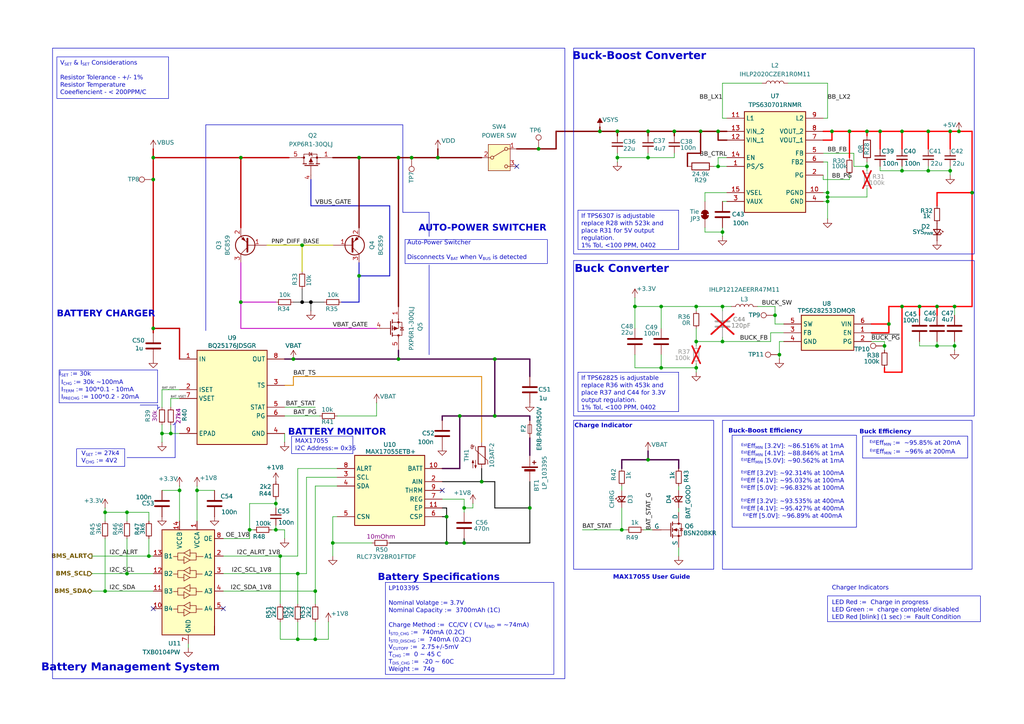
<source format=kicad_sch>
(kicad_sch (version 20231120) (generator "eeschema") (generator_version "8.0")
  (paper "A4")
  (title_block (title "Pico-Stroke [Power Supply]") (date "2024-10-09") (rev "1"))
  (lib_symbols
    (symbol "BQ25176JDSGR:BQ25176JDSGR"
      (property "Reference" "U" (at 14.224 7.112 0))
      (property "Value" "BQ25176JDSGR" (at 7.62 4.826 0))
      (symbol "BQ25176JDSGR_1_1"
        (pin passive line (at 0 0 0) (length 5.08) (name "IN") (number "1"))
        (pin passive line (at 0 -8.89 0) (length 5.08) (name "ISET") (number "2"))
        (pin passive line (at 30.48 -7.62 180) (length 5.08) (name "TS") (number "3"))
        (pin passive line (at 30.48 -21.59 180) (length 5.08) (name "GND") (number "4"))
        (pin passive line (at 30.48 -13.97 180) (length 5.08) (name "STAT") (number "5"))
        (pin passive line (at 30.48 -16.51 180) (length 5.08) (name "PG") (number "6"))
        (pin passive line (at 0 -11.43 0) (length 5.08) (name "VSET") (number "7"))
        (pin passive line (at 30.48 0 180) (length 5.08) (name "OUT") (number "8"))
        (pin passive line (at 0 -21.59 0) (length 5.08) (name "EPAD") (number "9"))
      )
    )
    (symbol "Connector:TestPoint" (pin_numbers hide) (pin_names (offset 0.762) hide)
      (property "Reference" "TP" (at 0 6.858 0))
      (property "Value" "TestPoint" (at 0 5.08 0))
      (symbol "TestPoint_1_1"
        (pin passive line (at 0 0 90) (length 2.54) (name "1") (number "1"))
      )
    )
    (symbol "Device:Battery_Cell" (pin_numbers hide) (pin_names (offset 0) hide)
      (property "Reference" "BT" (at 2.54 2.54 0))
      (property "Value" "Battery_Cell" (at 2.54 0 0))
      (symbol "Battery_Cell_1_1"
        (pin passive line (at 0 5.08 270) (length 2.54) (name "+") (number "1"))
        (pin passive line (at 0 -2.54 90) (length 2.54) (name "-") (number "2"))
      )
    )
    (symbol "Device:C" (pin_numbers hide) (pin_names (offset 0.254))
      (property "Reference" "C" (at 0.635 2.54 0))
      (property "Value" "C" (at 0.635 -2.54 0))
      (symbol "C_1_1"
        (pin passive line (at 0 3.81 270) (length 2.794) (name "~") (number "1"))
        (pin passive line (at 0 -3.81 90) (length 2.794) (name "~") (number "2"))
      )
    )
    (symbol "Device:C_Small" (pin_numbers hide) (pin_names (offset 0.254) hide)
      (property "Reference" "C" (at 0.254 1.778 0))
      (property "Value" "C_Small" (at 0.254 -2.032 0))
      (symbol "C_Small_1_1"
        (pin passive line (at 0 2.54 270) (length 2.032) (name "~") (number "1"))
        (pin passive line (at 0 -2.54 90) (length 2.032) (name "~") (number "2"))
      )
    )
    (symbol "Device:Fuse_Small" (pin_numbers hide) (pin_names (offset 0.254) hide)
      (property "Reference" "F" (at 0 -1.524 0))
      (property "Value" "Fuse_Small" (at 0 1.524 0))
      (symbol "Fuse_Small_1_1"
        (pin passive line (at -2.54 0 0) (length 1.27) (name "~") (number "1"))
        (pin passive line (at 2.54 0 180) (length 1.27) (name "~") (number "2"))
      )
    )
    (symbol "Device:L" (pin_numbers hide) (pin_names (offset 1.016) hide)
      (property "Reference" "L" (at -1.27 0 90))
      (property "Value" "L" (at 1.905 0 90))
      (symbol "L_1_1"
        (pin passive line (at 0 3.81 270) (length 1.27) (name "1") (number "1"))
        (pin passive line (at 0 -3.81 90) (length 1.27) (name "2") (number "2"))
      )
    )
    (symbol "Device:LED_Small" (pin_numbers hide) (pin_names (offset 0.254) hide)
      (property "Reference" "D" (at -1.27 3.175 0))
      (property "Value" "LED_Small" (at -4.445 -2.54 0))
      (symbol "LED_Small_1_1"
        (pin passive line (at -2.54 0 0) (length 1.778) (name "K") (number "1"))
        (pin passive line (at 2.54 0 180) (length 1.778) (name "A") (number "2"))
      )
    )
    (symbol "Device:R" (pin_numbers hide) (pin_names (offset 0))
      (property "Reference" "R" (at 2.032 0 90))
      (property "Value" "R" (at 0 0 90))
      (symbol "R_1_1"
        (pin passive line (at 0 3.81 270) (length 1.27) (name "~") (number "1"))
        (pin passive line (at 0 -3.81 90) (length 1.27) (name "~") (number "2"))
      )
    )
    (symbol "Device:R_Small" (pin_numbers hide) (pin_names (offset 0.254) hide)
      (property "Reference" "R" (at 0.762 0.508 0))
      (property "Value" "R_Small" (at 0.762 -1.016 0))
      (symbol "R_Small_1_1"
        (pin passive line (at 0 2.54 270) (length 0.762) (name "~") (number "1"))
        (pin passive line (at 0 -2.54 90) (length 0.762) (name "~") (number "2"))
      )
    )
    (symbol "Device:Thermistor_NTC" (pin_numbers hide) (pin_names (offset 0))
      (property "Reference" "TH" (at -4.445 0 90))
      (property "Value" "Thermistor_NTC" (at 3.175 0 90))
      (symbol "Thermistor_NTC_1_1"
        (pin passive line (at 0 3.81 270) (length 1.27) (name "~") (number "1"))
        (pin passive line (at 0 -3.81 90) (length 1.27) (name "~") (number "2"))
      )
    )
    (symbol "Jumper:SolderJumper_2_Bridged" (pin_numbers hide) (pin_names (offset 0) hide) (exclude_from_sim yes) (in_bom no)
      (property "Reference" "JP" (at 0 2.032 0))
      (property "Value" "SolderJumper_2_Bridged" (at 0 -2.54 0))
      (symbol "SolderJumper_2_Bridged_1_1"
        (pin passive line (at -3.81 0 0) (length 2.54) (name "A") (number "1"))
        (pin passive line (at 3.81 0 180) (length 2.54) (name "B") (number "2"))
      )
    )
    (symbol "Logic_LevelTranslator:TXB0104PW"
      (property "Reference" "U" (at -6.35 16.51 0))
      (property "Value" "TXB0104PW" (at 3.81 16.51 0))
      (symbol "TXB0104PW_1_1"
        (pin power_in line (at -2.54 17.78 270) (length 2.54) (name "VCCA") (number "1"))
        (pin bidirectional line (at 10.16 -7.62 180) (length 2.54) (name "B4") (number "10"))
        (pin bidirectional line (at 10.16 -2.54 180) (length 2.54) (name "B3") (number "11"))
        (pin bidirectional line (at 10.16 2.54 180) (length 2.54) (name "B2") (number "12"))
        (pin bidirectional line (at 10.16 7.62 180) (length 2.54) (name "B1") (number "13"))
        (pin power_in line (at 2.54 17.78 270) (length 2.54) (name "VCCB") (number "14"))
        (pin bidirectional line (at -10.16 7.62 0) (length 2.54) (name "A1") (number "2"))
        (pin bidirectional line (at -10.16 2.54 0) (length 2.54) (name "A2") (number "3"))
        (pin bidirectional line (at -10.16 -2.54 0) (length 2.54) (name "A3") (number "4"))
        (pin bidirectional line (at -10.16 -7.62 0) (length 2.54) (name "A4") (number "5"))
        (pin no_connect line (at -7.62 -12.7 0) (length 2.54) hide (name "NC") (number "6"))
        (pin power_in line (at 0 -17.78 90) (length 2.54) (name "GND") (number "7"))
        (pin input line (at -10.16 12.7 0) (length 2.54) (name "OE") (number "8"))
        (pin no_connect line (at 7.62 -12.7 180) (length 2.54) hide (name "NC") (number "9"))
      )
    )
    (symbol "MAX17055ETB+:MAX17055ETB+"
      (property "Reference" "U" (at 26.67 7.62 0))
      (property "Value" "MAX17055ETB+" (at 9.144 4.572 0))
      (symbol "MAX17055ETB+_1_1"
        (pin no_connect line (at 15.24 -22.86 90) (length 5.08) hide (name "N.C.") (number "1"))
        (pin passive line (at 30.48 -1.27 180) (length 5.08) (name "BATT") (number "10"))
        (pin passive line (at 30.48 -12.7 180) (length 5.08) (name "EP") (number "11"))
        (pin passive line (at 30.48 -5.08 180) (length 5.08) (name "AIN") (number "2"))
        (pin passive line (at 0 -3.81 0) (length 5.08) (name "SCL") (number "3"))
        (pin passive line (at 0 -6.35 0) (length 5.08) (name "SDA") (number "4"))
        (pin passive line (at 0 -15.24 0) (length 5.08) (name "CSN") (number "5"))
        (pin passive line (at 30.48 -15.24 180) (length 5.08) (name "CSP") (number "6"))
        (pin passive line (at 30.48 -10.16 180) (length 5.08) (name "REG") (number "7"))
        (pin passive line (at 0 -1.27 0) (length 5.08) (name "ALRT") (number "8"))
        (pin passive line (at 30.48 -7.62 180) (length 5.08) (name "THRM") (number "9"))
      )
    )
    (symbol "PXP6R1-30QLJ:PXP6R1-30QLJ"
      (property "Reference" "Q1" (at 0.508 6.35 0))
      (property "Value" "PXP6R1-30QLJ" (at 0 3.81 0))
      (symbol "PXP6R1-30QLJ_1_1"
        (pin passive line (at 6.35 0 180) (length 3.81) (name "") (number "1"))
        (pin passive line (at 6.35 0 180) (length 3.81) hide (name "") (number "2"))
        (pin passive line (at 6.35 0 180) (length 3.81) hide (name "") (number "3"))
        (pin passive line (at 0 -6.35 90) (length 1.27) (name "") (number "4"))
        (pin passive line (at -6.35 0 0) (length 3.81) (name "") (number "5"))
        (pin passive line (at -6.35 0 0) (length 3.81) hide (name "") (number "6"))
        (pin passive line (at -6.35 0 0) (length 3.81) hide (name "") (number "7"))
        (pin passive line (at -6.35 0 0) (length 3.81) hide (name "") (number "8"))
        (pin passive line (at -6.35 0 0) (length 3.81) hide (name "") (number "9"))
      )
    )
    (symbol "PXP6R1-30QLJ_1"
      (property "Reference" "Q2" (at 0.508 6.35 0))
      (property "Value" "PXP6R1-30QLJ" (at 0 3.81 0))
      (symbol "PXP6R1-30QLJ_1_1_1"
        (pin passive line (at 6.35 0 180) (length 3.81) (name "") (number "1"))
        (pin passive line (at 6.35 0 180) (length 3.81) hide (name "") (number "2"))
        (pin passive line (at 6.35 0 180) (length 3.81) hide (name "") (number "3"))
        (pin passive line (at 0 -6.35 90) (length 1.27) (name "") (number "4"))
        (pin passive line (at -6.35 0 0) (length 3.81) (name "") (number "5"))
        (pin passive line (at -6.35 0 0) (length 3.81) hide (name "") (number "6"))
        (pin passive line (at -6.35 0 0) (length 3.81) hide (name "") (number "7"))
        (pin passive line (at -6.35 0 0) (length 3.81) hide (name "") (number "8"))
        (pin passive line (at -6.35 0 0) (length 3.81) hide (name "") (number "9"))
      )
    )
    (symbol "Simulation_SPICE:NMOS" (pin_numbers hide) (pin_names (offset 0))
      (property "Reference" "Q5" (at 6.35 1.2701 0))
      (property "Value" "BSN20BKR" (at 6.35 -1.2699 0))
      (symbol "NMOS_1_1"
        (pin input line (at -5.08 0 0) (length 2.54) (name "G") (number "1"))
        (pin passive line (at 2.54 -5.08 90) (length 2.54) (name "S") (number "2"))
        (pin passive line (at 2.54 5.08 270) (length 2.54) (name "D") (number "3"))
      )
    )
    (symbol "Switch:SW_SPDT" (pin_names (offset 0) hide)
      (property "Reference" "SW" (at 0 5.08 0))
      (property "Value" "SW_SPDT" (at 0 -5.08 0))
      (symbol "SW_SPDT_1_1"
        (pin passive line (at 5.08 2.54 180) (length 2.54) (name "A") (number "1"))
        (pin passive line (at -5.08 0 0) (length 2.54) (name "B") (number "2"))
        (pin passive line (at 5.08 -2.54 180) (length 2.54) (name "C") (number "3"))
      )
    )
    (symbol "TPS6282533DMQR:TPS6282533DMQR"
      (property "Reference" "IC" (at 4.318 6.858 0))
      (property "Value" "TPS6282533DMQR" (at 4.318 4.318 0))
      (symbol "TPS6282533DMQR_1_1"
        (pin passive line (at 0 -2.54 0) (length 5.08) (name "EN") (number "1"))
        (pin passive line (at 0 -5.08 0) (length 5.08) (name "PG") (number "2"))
        (pin passive line (at 25.4 -2.54 180) (length 5.08) (name "FB") (number "3"))
        (pin passive line (at 25.4 -5.08 180) (length 5.08) (name "GND") (number "4"))
        (pin passive line (at 25.4 0 180) (length 5.08) (name "SW") (number "5"))
        (pin passive line (at 0 0 0) (length 5.08) (name "VIN") (number "6"))
      )
    )
    (symbol "TPS630701RNMR:TPS630701RNMR"
      (property "Reference" "U" (at -0.762 16.51 0))
      (property "Value" "TPS630701RNMR" (at -8.382 13.97 0))
      (symbol "TPS630701RNMR_1_1"
        (pin passive line (at -13.97 -3.81 0) (length 5.08) (name "PS/S") (number "1"))
        (pin passive line (at 13.97 -11.43 180) (length 5.08) (name "PGND") (number "10"))
        (pin passive line (at -13.97 10.16 0) (length 5.08) (name "L1") (number "11"))
        (pin passive line (at -13.97 3.81 0) (length 5.08) (name "VIN_1") (number "12"))
        (pin passive line (at -13.97 6.35 0) (length 5.08) (name "VIN_2") (number "13"))
        (pin passive line (at -13.97 -1.27 0) (length 5.08) (name "EN") (number "14"))
        (pin passive line (at -13.97 -11.43 0) (length 5.08) (name "VSEL") (number "15"))
        (pin passive line (at 13.97 -6.35 180) (length 5.08) (name "PG") (number "2"))
        (pin passive line (at -13.97 -13.97 0) (length 5.08) (name "VAUX") (number "3"))
        (pin passive line (at 13.97 -13.97 180) (length 5.08) (name "GND") (number "4"))
        (pin passive line (at 13.97 0 180) (length 5.08) (name "FB") (number "5"))
        (pin passive line (at 13.97 -2.54 180) (length 5.08) (name "FB2") (number "6"))
        (pin passive line (at 13.97 3.81 180) (length 5.08) (name "VOUT_1") (number "7"))
        (pin passive line (at 13.97 6.35 180) (length 5.08) (name "VOUT_2") (number "8"))
        (pin passive line (at 13.97 10.16 180) (length 5.08) (name "L2") (number "9"))
      )
    )
    (symbol "Transistor_BJT:BC859" (pin_names (offset 0) hide)
      (property "Reference" "Q" (at 5.08 1.905 0))
      (property "Value" "BC859" (at 5.08 0 0))
      (symbol "BC859_1_1"
        (pin input line (at -5.08 0 0) (length 5.715) (name "B") (number "1"))
        (pin passive line (at 2.54 -5.08 90) (length 2.54) (name "E") (number "2"))
        (pin passive line (at 2.54 5.08 270) (length 2.54) (name "C") (number "3"))
      )
    )
    (symbol "power:+1V8" (power) (pin_numbers hide) (pin_names (offset 0) hide)
      (property "Value" "+1V8" (at 0 3.556 0))
      (symbol "+1V8_1_1"
        (pin power_in line (at 0 0 90) (length 0) (name "~") (number "1"))
      )
    )
    (symbol "power:+3.3V" (power) (pin_numbers hide) (pin_names (offset 0) hide)
      (property "Value" "+3.3V" (at 0 3.556 0))
      (symbol "+3.3V_1_1"
        (pin power_in line (at 0 0 90) (length 0) (name "~") (number "1"))
      )
    )
    (symbol "power:+5V" (power) (pin_numbers hide) (pin_names (offset 0) hide)
      (property "Value" "+5V" (at 0 3.556 0))
      (symbol "+5V_1_1"
        (pin power_in line (at 0 0 90) (length 0) (name "~") (number "1"))
      )
    )
    (symbol "power:GND" (power) (pin_numbers hide) (pin_names (offset 0) hide)
      (property "Value" "GND" (at 0 -3.81 0))
      (symbol "GND_1_1"
        (pin power_in line (at 0 0 270) (length 0) (name "~") (number "1"))
      )
    )
    (symbol "power:VBUS" (power) (pin_numbers hide) (pin_names (offset 0) hide)
      (property "Value" "VBUS" (at 0 3.556 0))
      (symbol "VBUS_1_1"
        (pin power_in line (at 0 0 90) (length 0) (name "~") (number "1"))
      )
    )
    (symbol "power:VD" (power) (pin_numbers hide) (pin_names (offset 0) hide)
      (property "Value" "VD" (at 0 3.556 0))
      (symbol "VD_1_1"
        (pin power_in line (at 0 0 90) (length 0) (name "~") (number "1"))
      )
    )
    (symbol "power:VDD" (power) (pin_numbers hide) (pin_names (offset 0) hide)
      (property "Value" "VDD" (at 0 3.556 0))
      (symbol "VDD_1_1"
        (pin power_in line (at 0 0 90) (length 0) (name "~") (number "1"))
      )
    )
    (symbol "power:VS" (power) (pin_numbers hide) (pin_names (offset 0) hide)
      (property "Value" "VS" (at 0 3.556 0))
      (symbol "VS_1_1"
        (pin power_in line (at 0 0 90) (length 0) (name "~") (number "1"))
      )
    )
  )
  (junction (at 72.39 153.67))
  (junction (at 241.3 38.1))
  (junction (at 156.21 43.18))
  (junction (at 85.09 104.14))
  (junction (at 119.38 45.72))
  (junction (at 87.63 71.12))
  (junction (at 261.62 88.9))
  (junction (at 115.57 45.72))
  (junction (at 134.62 147.32))
  (junction (at 153.67 147.32))
  (junction (at 86.36 166.37))
  (junction (at 139.7 139.7))
  (junction (at 90.17 87.63) (color 0 0 0 1))
  (junction (at 275.59 49.53))
  (junction (at 91.44 185.42))
  (junction (at 226.06 102.87))
  (junction (at 269.24 49.53))
  (junction (at 180.34 153.67))
  (junction (at 246.38 38.1))
  (junction (at 69.85 45.72))
  (junction (at 96.52 157.48))
  (junction (at 240.03 55.88))
  (junction (at 129.54 157.48))
  (junction (at 127 45.72))
  (junction (at 143.51 120.65))
  (junction (at 187.96 38.1))
  (junction (at 179.07 38.1))
  (junction (at 46.99 125.73))
  (junction (at 201.93 106.68))
  (junction (at 143.51 104.14))
  (junction (at 209.55 67.31))
  (junction (at 257.81 93.98))
  (junction (at 44.45 45.72))
  (junction (at 278.13 38.1))
  (junction (at 179.07 45.72))
  (junction (at 30.48 171.45))
  (junction (at 129.54 149.86))
  (junction (at 201.93 99.06))
  (junction (at 57.15 142.24))
  (junction (at 191.77 88.9))
  (junction (at 187.96 133.35))
  (junction (at 43.18 161.29))
  (junction (at 261.62 49.53))
  (junction (at 276.86 88.9))
  (junction (at 208.28 48.26))
  (junction (at 271.78 88.9))
  (junction (at 256.54 100.33))
  (junction (at 44.45 95.25))
  (junction (at 44.45 52.07))
  (junction (at 203.2 38.1))
  (junction (at 184.15 88.9))
  (junction (at 81.28 161.29))
  (junction (at 269.24 38.1))
  (junction (at 251.46 38.1))
  (junction (at 240.03 58.42))
  (junction (at 80.01 146.05))
  (junction (at 91.44 171.45))
  (junction (at 240.03 57.15))
  (junction (at 173.99 38.1))
  (junction (at 271.78 100.33))
  (junction (at 86.36 185.42))
  (junction (at 104.14 80.01))
  (junction (at 251.46 48.26))
  (junction (at 281.94 55.88))
  (junction (at 276.86 100.33))
  (junction (at 275.59 38.1))
  (junction (at 266.7 88.9))
  (junction (at 69.85 87.63))
  (junction (at 133.35 120.65))
  (junction (at 187.96 45.72))
  (junction (at 224.79 91.44))
  (junction (at 80.01 153.67))
  (junction (at 30.48 148.59))
  (junction (at 209.55 88.9))
  (junction (at 195.58 38.1))
  (junction (at 209.55 99.06))
  (junction (at 36.83 166.37))
  (junction (at 134.62 157.48))
  (junction (at 201.93 88.9))
  (junction (at 255.27 38.1))
  (junction (at 191.77 106.68))
  (junction (at 208.28 38.1))
  (junction (at 36.83 148.59))
  (junction (at 261.62 38.1))
  (junction (at 52.07 142.24))
  (junction (at 115.57 104.14))
  (junction (at 49.53 125.73))
  (junction (at 104.14 45.72))
  (junction (at 87.63 87.63) (color 0 0 0 1))
  (no_connect (at 128.27 142.24))
  (no_connect (at 149.86 48.26))
  (no_connect (at 44.45 176.53))
  (no_connect (at 64.77 176.53))
  (wire (pts (xy 153.67 120.65) (xy 153.67 121.92)) (stroke (width 0.381) (color 72 0 72 1)))
  (wire (pts (xy 139.7 109.22) (xy 139.7 128.27)) (stroke (width 0.254) (color 221 133 0 1)))
  (wire (pts (xy 57.15 140.97) (xy 57.15 142.24)))
  (wire (pts (xy 143.51 104.14) (xy 115.57 104.14)) (stroke (width 0.381) (color 72 0 72 1)))
  (polyline (pts (xy 40.64 117.475) (xy 45.72 117.475)))
  (wire (pts (xy 133.35 120.65) (xy 143.51 120.65)) (stroke (width 0.381) (color 72 0 72 1)))
  (wire (pts (xy 80.01 152.4) (xy 80.01 153.67)))
  (wire (pts (xy 238.76 52.07) (xy 246.38 52.07)))
  (wire (pts (xy 247.65 48.26) (xy 251.46 48.26)))
  (polyline (pts (xy 45.72 117.475) (xy 45.72 118.745)))
  (wire (pts (xy 156.21 43.18) (xy 161.29 43.18)) (stroke (width 0.381) (color 132 0 0 1)))
  (wire (pts (xy 209.55 68.58) (xy 209.55 67.31)))
  (wire (pts (xy 26.67 166.37) (xy 36.83 166.37)))
  (wire (pts (xy 255.27 38.1) (xy 261.62 38.1)) (stroke (width 0.381) (color 255 0 0 1)))
  (wire (pts (xy 91.44 185.42) (xy 86.36 185.42)))
  (wire (pts (xy 57.15 142.24) (xy 62.23 142.24)))
  (wire (pts (xy 224.79 88.9) (xy 224.79 91.44)))
  (polyline (pts (xy 50.8 122.555) (xy 50.8 123.825)))
  (wire (pts (xy 261.62 38.1) (xy 269.24 38.1)) (stroke (width 0.381) (color 255 0 0 1)))
  (wire (pts (xy 139.7 109.22) (xy 85.09 109.22)) (stroke (width 0.254) (color 221 133 0 1)))
  (wire (pts (xy 209.55 99.06) (xy 223.52 99.06)))
  (wire (pts (xy 44.45 95.25) (xy 44.45 96.52)) (stroke (width 0.381) (color 194 0 0 1)))
  (wire (pts (xy 257.81 93.98) (xy 257.81 96.52)) (stroke (width 0.381) (color 255 0 0 1)))
  (wire (pts (xy 180.34 133.35) (xy 187.96 133.35)) (stroke (width 0.381) (color 72 0 72 1)))
  (wire (pts (xy 184.15 106.68) (xy 191.77 106.68)))
  (wire (pts (xy 69.85 95.25) (xy 109.22 95.25)) (stroke (width 0.254) (color 194 0 194 1)))
  (wire (pts (xy 52.07 151.13) (xy 52.07 142.24)))
  (wire (pts (xy 209.55 66.04) (xy 209.55 67.31)))
  (wire (pts (xy 266.7 88.9) (xy 271.78 88.9)) (stroke (width 0.381) (color 255 0 0 1)))
  (wire (pts (xy 90.17 87.63) (xy 93.98 87.63)) (stroke (width 0) (color 0 0 0 1)))
  (wire (pts (xy 266.7 100.33) (xy 266.7 99.06)))
  (wire (pts (xy 246.38 52.07) (xy 246.38 50.8)))
  (wire (pts (xy 127 45.72) (xy 139.7 45.72)) (stroke (width 0.381) (color 132 0 0 1)))
  (wire (pts (xy 88.9 138.43) (xy 88.9 166.37)))
  (wire (pts (xy 269.24 38.1) (xy 275.59 38.1)) (stroke (width 0.381) (color 255 0 0 1)))
  (wire (pts (xy 204.47 55.88) (xy 204.47 58.42)))
  (wire (pts (xy 86.36 166.37) (xy 86.36 175.26)))
  (wire (pts (xy 269.24 49.53) (xy 275.59 49.53)))
  (wire (pts (xy 276.86 99.06) (xy 276.86 100.33)))
  (wire (pts (xy 85.09 109.22) (xy 85.09 111.76)) (stroke (width 0.254) (color 221 133 0 1)))
  (wire (pts (xy 187.96 45.72) (xy 195.58 45.72)))
  (wire (pts (xy 208.28 38.1) (xy 208.28 40.64)) (stroke (width 0.381) (color 132 0 0 1)))
  (wire (pts (xy 261.62 88.9) (xy 266.7 88.9)) (stroke (width 0.381) (color 255 0 0 1)))
  (wire (pts (xy 179.07 38.1) (xy 187.96 38.1)) (stroke (width 0.381) (color 132 0 0 1)))
  (wire (pts (xy 226.06 99.06) (xy 226.06 102.87)))
  (wire (pts (xy 109.22 120.65) (xy 109.22 116.84)))
  (wire (pts (xy 91.44 180.34) (xy 91.44 185.42)))
  (wire (pts (xy 87.63 83.82) (xy 87.63 87.63)) (stroke (width 0) (color 0 0 0 1)))
  (wire (pts (xy 275.59 38.1) (xy 275.59 43.18)) (stroke (width 0.381) (color 255 0 0 1)))
  (wire (pts (xy 228.6 24.13) (xy 240.03 24.13)))
  (wire (pts (xy 96.52 149.86) (xy 97.79 149.86)))
  (wire (pts (xy 113.03 59.69) (xy 113.03 80.01)) (stroke (width 0.254) (color 0 0 194 1)))
  (wire (pts (xy 82.55 104.14) (xy 85.09 104.14)) (stroke (width 0.381) (color 72 0 72 1)))
  (wire (pts (xy 91.44 140.97) (xy 91.44 171.45)))
  (wire (pts (xy 128.27 120.65) (xy 133.35 120.65)) (stroke (width 0.381) (color 72 0 72 1)))
  (wire (pts (xy 191.77 88.9) (xy 191.77 95.25)))
  (wire (pts (xy 143.51 120.65) (xy 153.67 120.65)) (stroke (width 0.381) (color 72 0 72 1)))
  (wire (pts (xy 179.07 45.72) (xy 179.07 46.99)))
  (wire (pts (xy 69.85 45.72) (xy 83.82 45.72)) (stroke (width 0.381) (color 194 0 0 1)))
  (wire (pts (xy 276.86 100.33) (xy 276.86 101.6)))
  (wire (pts (xy 246.38 38.1) (xy 251.46 38.1)) (stroke (width 0.381) (color 255 0 0 1)))
  (wire (pts (xy 72.39 146.05) (xy 80.01 146.05)))
  (wire (pts (xy 49.53 123.19) (xy 49.53 125.73)))
  (wire (pts (xy 88.9 166.37) (xy 86.36 166.37)))
  (wire (pts (xy 271.78 88.9) (xy 276.86 88.9)) (stroke (width 0.381) (color 255 0 0 1)))
  (wire (pts (xy 195.58 38.1) (xy 195.58 39.37)) (stroke (width 0.381) (color 132 0 0 1)))
  (wire (pts (xy 252.73 93.98) (xy 257.81 93.98)) (stroke (width 0.381) (color 255 0 0 1)))
  (wire (pts (xy 44.45 52.07) (xy 44.45 95.25)) (stroke (width 0.381) (color 194 0 0 1)))
  (wire (pts (xy 241.3 38.1) (xy 241.3 40.64)) (stroke (width 0.381) (color 255 0 0 1)))
  (wire (pts (xy 266.7 100.33) (xy 271.78 100.33)))
  (wire (pts (xy 134.62 157.48) (xy 153.67 157.48)) (stroke (width 0.254) (color 0 0 0 1)))
  (wire (pts (xy 238.76 46.99) (xy 240.03 46.99)))
  (polyline (pts (xy 36.83 132.715) (xy 50.8 132.715)))
  (wire (pts (xy 240.03 57.15) (xy 251.46 57.15)))
  (wire (pts (xy 204.47 66.04) (xy 204.47 67.31)))
  (wire (pts (xy 201.93 99.06) (xy 209.55 99.06)))
  (wire (pts (xy 240.03 58.42) (xy 240.03 57.15)))
  (wire (pts (xy 238.76 44.45) (xy 247.65 44.45)))
  (wire (pts (xy 271.78 55.88) (xy 271.78 59.69)) (stroke (width 0.381) (color 255 0 0 1)))
  (wire (pts (xy 129.54 157.48) (xy 134.62 157.48)) (stroke (width 0.254) (color 0 0 0 1)))
  (wire (pts (xy 187.96 130.81) (xy 187.96 133.35)) (stroke (width 0.381) (color 72 0 72 1)))
  (wire (pts (xy 257.81 96.52) (xy 252.73 96.52)) (stroke (width 0.381) (color 255 0 0 1)))
  (wire (pts (xy 46.99 123.19) (xy 46.99 125.73)))
  (wire (pts (xy 143.51 104.14) (xy 143.51 120.65)) (stroke (width 0.381) (color 72 0 72 1)))
  (wire (pts (xy 69.85 45.72) (xy 69.85 66.04)) (stroke (width 0.381) (color 194 0 0 1)))
  (wire (pts (xy 257.81 88.9) (xy 257.81 93.98)) (stroke (width 0.381) (color 255 0 0 1)))
  (wire (pts (xy 43.18 161.29) (xy 44.45 161.29)))
  (wire (pts (xy 180.34 153.67) (xy 181.61 153.67)))
  (wire (pts (xy 238.76 58.42) (xy 240.03 58.42)))
  (wire (pts (xy 69.85 87.63) (xy 69.85 95.25)) (stroke (width 0.254) (color 194 0 194 1)))
  (wire (pts (xy 271.78 88.9) (xy 271.78 91.44)) (stroke (width 0.381) (color 255 0 0 1)))
  (wire (pts (xy 180.34 147.32) (xy 180.34 153.67)))
  (wire (pts (xy 240.03 63.5) (xy 240.03 58.42)))
  (wire (pts (xy 96.52 45.72) (xy 104.14 45.72)) (stroke (width 0.381) (color 132 0 0 1)))
  (wire (pts (xy 256.54 99.06) (xy 256.54 100.33)))
  (wire (pts (xy 271.78 100.33) (xy 271.78 99.06)))
  (wire (pts (xy 196.85 135.89) (xy 196.85 133.35)) (stroke (width 0.381) (color 72 0 72 1)))
  (wire (pts (xy 81.28 161.29) (xy 81.28 175.26)))
  (wire (pts (xy 208.28 40.64) (xy 210.82 40.64)) (stroke (width 0.381) (color 132 0 0 1)))
  (wire (pts (xy 238.76 52.07) (xy 238.76 50.8)))
  (wire (pts (xy 52.07 115.57) (xy 49.53 115.57)))
  (wire (pts (xy 179.07 45.72) (xy 187.96 45.72)))
  (wire (pts (xy 72.39 153.67) (xy 72.39 156.21)))
  (wire (pts (xy 57.15 151.13) (xy 57.15 142.24)))
  (wire (pts (xy 209.55 34.29) (xy 210.82 34.29)))
  (wire (pts (xy 115.57 45.72) (xy 115.57 88.9)) (stroke (width 0.381) (color 132 0 0 1)))
  (wire (pts (xy 52.07 140.97) (xy 52.07 142.24)))
  (wire (pts (xy 161.29 38.1) (xy 173.99 38.1)) (stroke (width 0.381) (color 132 0 0 1)))
  (wire (pts (xy 275.59 38.1) (xy 278.13 38.1)) (stroke (width 0.381) (color 255 0 0 1)))
  (wire (pts (xy 43.18 156.21) (xy 43.18 161.29)))
  (wire (pts (xy 184.15 88.9) (xy 191.77 88.9)))
  (wire (pts (xy 139.7 139.7) (xy 143.51 139.7)) (stroke (width 0.254) (color 0 0 0 1)))
  (wire (pts (xy 36.83 166.37) (xy 44.45 166.37)))
  (wire (pts (xy 269.24 49.53) (xy 269.24 48.26)))
  (wire (pts (xy 134.62 147.32) (xy 134.62 148.59)))
  (wire (pts (xy 128.27 120.65) (xy 128.27 121.92)) (stroke (width 0.381) (color 72 0 72 1)))
  (wire (pts (xy 46.99 118.11) (xy 46.99 113.03)))
  (wire (pts (xy 81.28 180.34) (xy 81.28 185.42)))
  (wire (pts (xy 90.17 90.17) (xy 90.17 87.63)) (stroke (width 0) (color 0 0 0 1)))
  (wire (pts (xy 275.59 49.53) (xy 275.59 50.8)))
  (wire (pts (xy 73.66 153.67) (xy 72.39 153.67)))
  (wire (pts (xy 127 43.18) (xy 127 45.72)) (stroke (width 0.381) (color 132 0 0 1)))
  (wire (pts (xy 113.03 157.48) (xy 129.54 157.48)) (stroke (width 0.254) (color 0 0 0 1)))
  (wire (pts (xy 199.39 44.45) (xy 199.39 48.26)) (stroke (width 0.381) (color 132 0 0 1)))
  (wire (pts (xy 208.28 45.72) (xy 210.82 45.72)))
  (wire (pts (xy 256.54 100.33) (xy 256.54 101.6)))
  (wire (pts (xy 187.96 45.72) (xy 187.96 44.45)))
  (polyline (pts (xy 50.8 123.825) (xy 50.8 132.715)))
  (wire (pts (xy 139.7 139.7) (xy 139.7 135.89)) (stroke (width 0.254) (color 0 0 0 1)))
  (wire (pts (xy 64.77 171.45) (xy 91.44 171.45)))
  (wire (pts (xy 85.09 87.63) (xy 87.63 87.63)) (stroke (width 0) (color 0 0 0 1)))
  (wire (pts (xy 129.54 157.48) (xy 129.54 149.86)) (stroke (width 0.254) (color 0 0 0 1)))
  (wire (pts (xy 261.62 49.53) (xy 269.24 49.53)))
  (wire (pts (xy 184.15 102.87) (xy 184.15 106.68)))
  (wire (pts (xy 86.36 161.29) (xy 86.36 135.89)))
  (wire (pts (xy 64.77 166.37) (xy 86.36 166.37)))
  (wire (pts (xy 276.86 88.9) (xy 281.94 88.9)) (stroke (width 0.381) (color 255 0 0 1)))
  (wire (pts (xy 201.93 88.9) (xy 201.93 90.17)))
  (wire (pts (xy 252.73 99.06) (xy 256.54 99.06)))
  (wire (pts (xy 187.96 38.1) (xy 195.58 38.1)) (stroke (width 0.381) (color 132 0 0 1)))
  (wire (pts (xy 201.93 106.68) (xy 201.93 105.41)))
  (wire (pts (xy 261.62 49.53) (xy 261.62 48.26)))
  (wire (pts (xy 168.91 153.67) (xy 180.34 153.67)))
  (wire (pts (xy 201.93 88.9) (xy 209.55 88.9)))
  (wire (pts (xy 96.52 161.29) (xy 96.52 157.48)))
  (wire (pts (xy 240.03 34.29) (xy 238.76 34.29)))
  (wire (pts (xy 97.79 120.65) (xy 109.22 120.65)))
  (wire (pts (xy 46.99 125.73) (xy 49.53 125.73)))
  (wire (pts (xy 133.35 135.89) (xy 128.27 135.89)) (stroke (width 0.381) (color 72 0 72 1)))
  (wire (pts (xy 104.14 45.72) (xy 115.57 45.72)) (stroke (width 0.381) (color 132 0 0 1)))
  (wire (pts (xy 195.58 38.1) (xy 203.2 38.1)) (stroke (width 0.381) (color 132 0 0 1)))
  (wire (pts (xy 72.39 146.05) (xy 72.39 153.67)))
  (wire (pts (xy 44.45 95.25) (xy 52.07 95.25)) (stroke (width 0.381) (color 194 0 0 1)))
  (wire (pts (xy 275.59 48.26) (xy 275.59 49.53)))
  (wire (pts (xy 44.45 45.72) (xy 69.85 45.72)) (stroke (width 0.381) (color 194 0 0 1)))
  (wire (pts (xy 104.14 45.72) (xy 104.14 66.04)) (stroke (width 0.381) (color 132 0 0 1)))
  (wire (pts (xy 44.45 43.18) (xy 44.45 45.72)) (stroke (width 0.381) (color 194 0 0 1)))
  (wire (pts (xy 281.94 55.88) (xy 281.94 38.1)) (stroke (width 0.381) (color 255 0 0 1)))
  (wire (pts (xy 81.28 161.29) (xy 86.36 161.29)))
  (wire (pts (xy 95.25 180.34) (xy 95.25 185.42)))
  (wire (pts (xy 208.28 48.26) (xy 210.82 48.26)))
  (wire (pts (xy 87.63 71.12) (xy 87.63 78.74)) (stroke (width 0.254) (color 194 194 0 1)))
  (wire (pts (xy 69.85 87.63) (xy 80.01 87.63)) (stroke (width 0.254) (color 194 0 194 1)))
  (wire (pts (xy 82.55 128.27) (xy 82.55 125.73)))
  (wire (pts (xy 143.51 104.14) (xy 153.67 104.14)) (stroke (width 0.381) (color 72 0 72 1)))
  (wire (pts (xy 203.2 38.1) (xy 208.28 38.1)) (stroke (width 0.381) (color 132 0 0 1)))
  (wire (pts (xy 173.99 36.83) (xy 173.99 38.1)) (stroke (width 0.381) (color 132 0 0 1)))
  (wire (pts (xy 30.48 148.59) (xy 30.48 151.13)))
  (wire (pts (xy 86.36 185.42) (xy 86.36 180.34)))
  (wire (pts (xy 184.15 88.9) (xy 184.15 95.25)))
  (wire (pts (xy 207.01 48.26) (xy 208.28 48.26)))
  (wire (pts (xy 196.85 158.75) (xy 196.85 161.29)))
  (wire (pts (xy 241.3 40.64) (xy 238.76 40.64)) (stroke (width 0.381) (color 255 0 0 1)))
  (wire (pts (xy 240.03 57.15) (xy 240.03 55.88)))
  (wire (pts (xy 153.67 139.7) (xy 153.67 147.32)) (stroke (width 0.254) (color 0 0 0 1)))
  (wire (pts (xy 30.48 147.32) (xy 30.48 148.59)))
  (wire (pts (xy 240.03 46.99) (xy 240.03 55.88)))
  (wire (pts (xy 115.57 45.72) (xy 119.38 45.72)) (stroke (width 0.381) (color 132 0 0 1)))
  (wire (pts (xy 204.47 67.31) (xy 209.55 67.31)))
  (wire (pts (xy 77.47 71.12) (xy 87.63 71.12)) (stroke (width 0.254) (color 194 194 0 1)))
  (wire (pts (xy 224.79 93.98) (xy 227.33 93.98)))
  (wire (pts (xy 256.54 106.68) (xy 256.54 107.95)) (stroke (width 0.381) (color 255 0 0 1)))
  (wire (pts (xy 269.24 38.1) (xy 269.24 43.18)) (stroke (width 0.381) (color 255 0 0 1)))
  (wire (pts (xy 224.79 91.44) (xy 224.79 93.98)))
  (wire (pts (xy 90.17 59.69) (xy 113.03 59.69)) (stroke (width 0.254) (color 0 0 194 1)))
  (wire (pts (xy 281.94 88.9) (xy 281.94 55.88)) (stroke (width 0.381) (color 255 0 0 1)))
  (wire (pts (xy 134.62 156.21) (xy 134.62 157.48)) (stroke (width 0.254) (color 0 0 0 1)))
  (wire (pts (xy 153.67 127) (xy 153.67 132.08)) (stroke (width 0.381) (color 72 0 72 1)))
  (wire (pts (xy 241.3 38.1) (xy 246.38 38.1)) (stroke (width 0.381) (color 255 0 0 1)))
  (wire (pts (xy 64.77 156.21) (xy 72.39 156.21)))
  (polyline (pts (xy 124.46 68.58) (xy 124.46 61.595)))
  (wire (pts (xy 240.03 55.88) (xy 238.76 55.88)))
  (wire (pts (xy 209.55 90.17) (xy 209.55 88.9)))
  (wire (pts (xy 134.62 147.32) (xy 137.16 147.32)))
  (wire (pts (xy 251.46 46.99) (xy 251.46 48.26)))
  (wire (pts (xy 281.94 38.1) (xy 278.13 38.1)) (stroke (width 0.381) (color 255 0 0 1)))
  (wire (pts (xy 69.85 76.2) (xy 69.85 87.63)) (stroke (width 0.254) (color 194 0 194 1)))
  (wire (pts (xy 149.86 43.18) (xy 156.21 43.18)) (stroke (width 0.381) (color 132 0 0 1)))
  (wire (pts (xy 276.86 88.9) (xy 276.86 91.44)))
  (polyline (pts (xy 116.84 36.195) (xy 59.69 36.195)))
  (wire (pts (xy 97.79 138.43) (xy 88.9 138.43)))
  (wire (pts (xy 180.34 133.35) (xy 180.34 135.89)) (stroke (width 0.381) (color 72 0 72 1)))
  (wire (pts (xy 209.55 58.42) (xy 210.82 58.42)))
  (wire (pts (xy 49.53 125.73) (xy 52.07 125.73)))
  (wire (pts (xy 186.69 153.67) (xy 189.23 153.67)))
  (wire (pts (xy 257.81 88.9) (xy 261.62 88.9)) (stroke (width 0.381) (color 255 0 0 1)))
  (wire (pts (xy 271.78 55.88) (xy 281.94 55.88)) (stroke (width 0.381) (color 255 0 0 1)))
  (wire (pts (xy 255.27 49.53) (xy 261.62 49.53)))
  (wire (pts (xy 43.18 148.59) (xy 36.83 148.59)))
  (wire (pts (xy 246.38 38.1) (xy 246.38 45.72)) (stroke (width 0.381) (color 255 0 0 1)))
  (wire (pts (xy 86.36 135.89) (xy 97.79 135.89)))
  (wire (pts (xy 46.99 128.27) (xy 46.99 125.73)))
  (wire (pts (xy 208.28 38.1) (xy 210.82 38.1)) (stroke (width 0.381) (color 132 0 0 1)))
  (wire (pts (xy 266.7 88.9) (xy 266.7 91.44)) (stroke (width 0.381) (color 255 0 0 1)))
  (wire (pts (xy 226.06 99.06) (xy 227.33 99.06)))
  (wire (pts (xy 191.77 88.9) (xy 201.93 88.9)))
  (wire (pts (xy 96.52 157.48) (xy 96.52 149.86)))
  (wire (pts (xy 30.48 171.45) (xy 44.45 171.45)))
  (wire (pts (xy 201.93 95.25) (xy 201.93 99.06)))
  (wire (pts (xy 241.3 38.1) (xy 238.76 38.1)) (stroke (width 0.381) (color 255 0 0 1)))
  (wire (pts (xy 54.61 186.69) (xy 54.61 187.96)))
  (wire (pts (xy 80.01 144.78) (xy 80.01 146.05)))
  (wire (pts (xy 276.86 100.33) (xy 271.78 100.33)))
  (wire (pts (xy 46.99 113.03) (xy 52.07 113.03)))
  (wire (pts (xy 255.27 38.1) (xy 255.27 43.18)) (stroke (width 0.381) (color 255 0 0 1)))
  (wire (pts (xy 99.06 87.63) (xy 104.14 87.63)) (stroke (width 0.254) (color 0 0 194 1)))
  (wire (pts (xy 80.01 146.05) (xy 80.01 147.32)))
  (wire (pts (xy 85.09 111.76) (xy 82.55 111.76)) (stroke (width 0.254) (color 221 133 0 1)))
  (wire (pts (xy 87.63 87.63) (xy 90.17 87.63)) (stroke (width 0) (color 0 0 0 1)))
  (polyline (pts (xy 116.84 36.195) (xy 116.84 61.595)))
  (wire (pts (xy 208.28 45.72) (xy 208.28 48.26)))
  (wire (pts (xy 36.83 156.21) (xy 36.83 166.37)))
  (wire (pts (xy 78.74 153.67) (xy 80.01 153.67)))
  (wire (pts (xy 64.77 161.29) (xy 81.28 161.29)))
  (wire (pts (xy 81.28 185.42) (xy 86.36 185.42)))
  (wire (pts (xy 187.96 38.1) (xy 187.96 39.37)) (stroke (width 0.381) (color 132 0 0 1)))
  (wire (pts (xy 43.18 151.13) (xy 43.18 148.59)))
  (wire (pts (xy 191.77 106.68) (xy 201.93 106.68)))
  (wire (pts (xy 26.67 171.45) (xy 30.48 171.45)))
  (wire (pts (xy 128.27 144.78) (xy 134.62 144.78)))
  (wire (pts (xy 251.46 54.61) (xy 251.46 57.15)))
  (wire (pts (xy 240.03 24.13) (xy 240.03 34.29)))
  (wire (pts (xy 261.62 88.9) (xy 261.62 107.95)) (stroke (width 0.381) (color 255 0 0 1)))
  (wire (pts (xy 104.14 80.01) (xy 104.14 76.2)) (stroke (width 0.254) (color 0 0 194 1)))
  (wire (pts (xy 87.63 71.12) (xy 96.52 71.12)) (stroke (width 0.254) (color 194 194 0 1)))
  (wire (pts (xy 173.99 38.1) (xy 179.07 38.1)) (stroke (width 0.381) (color 132 0 0 1)))
  (wire (pts (xy 251.46 38.1) (xy 251.46 39.37)) (stroke (width 0.381) (color 255 0 0 1)))
  (wire (pts (xy 179.07 44.45) (xy 179.07 45.72)))
  (wire (pts (xy 203.2 44.45) (xy 199.39 44.45)) (stroke (width 0.381) (color 132 0 0 1)))
  (wire (pts (xy 36.83 148.59) (xy 36.83 151.13)))
  (wire (pts (xy 247.65 44.45) (xy 247.65 48.26)))
  (wire (pts (xy 184.15 86.36) (xy 184.15 88.9)))
  (wire (pts (xy 161.29 43.18) (xy 161.29 38.1)) (stroke (width 0.381) (color 132 0 0 1)))
  (wire (pts (xy 96.52 157.48) (xy 107.95 157.48)))
  (polyline (pts (xy 59.69 36.195) (xy 59.69 95.885)))
  (wire (pts (xy 143.51 147.32) (xy 143.51 139.7)) (stroke (width 0.254) (color 0 0 0 1)))
  (wire (pts (xy 187.96 133.35) (xy 196.85 133.35)) (stroke (width 0.381) (color 72 0 72 1)))
  (wire (pts (xy 153.67 147.32) (xy 153.67 157.48)) (stroke (width 0.254) (color 0 0 0 1)))
  (wire (pts (xy 219.71 88.9) (xy 224.79 88.9)))
  (wire (pts (xy 119.38 45.72) (xy 127 45.72)) (stroke (width 0.381) (color 132 0 0 1)))
  (wire (pts (xy 30.48 148.59) (xy 36.83 148.59)))
  (wire (pts (xy 261.62 107.95) (xy 256.54 107.95)) (stroke (width 0.381) (color 255 0 0 1)))
  (wire (pts (xy 44.45 45.72) (xy 44.45 52.07)) (stroke (width 0.381) (color 194 0 0 1)))
  (wire (pts (xy 153.67 104.14) (xy 153.67 109.22)) (stroke (width 0.381) (color 72 0 72 1)))
  (wire (pts (xy 251.46 38.1) (xy 255.27 38.1)) (stroke (width 0.381) (color 255 0 0 1)))
  (wire (pts (xy 137.16 147.32) (xy 137.16 146.05)))
  (wire (pts (xy 95.25 185.42) (xy 91.44 185.42)))
  (wire (pts (xy 191.77 102.87) (xy 191.77 106.68)))
  (wire (pts (xy 180.34 140.97) (xy 180.34 142.24)))
  (wire (pts (xy 203.2 38.1) (xy 203.2 44.45)) (stroke (width 0.381) (color 132 0 0 1)))
  (wire (pts (xy 91.44 118.11) (xy 82.55 118.11)))
  (wire (pts (xy 220.98 24.13) (xy 209.55 24.13)))
  (wire (pts (xy 97.79 140.97) (xy 91.44 140.97)))
  (wire (pts (xy 201.93 106.68) (xy 201.93 107.95)))
  (wire (pts (xy 82.55 153.67) (xy 80.01 153.67)))
  (wire (pts (xy 30.48 156.21) (xy 30.48 171.45)))
  (wire (pts (xy 196.85 140.97) (xy 196.85 142.24)))
  (wire (pts (xy 128.27 149.86) (xy 129.54 149.86)) (stroke (width 0.254) (color 0 0 0 1)))
  (wire (pts (xy 46.99 142.24) (xy 52.07 142.24)))
  (wire (pts (xy 82.55 120.65) (xy 92.71 120.65)))
  (polyline (pts (xy 116.84 61.595) (xy 124.46 61.595)))
  (wire (pts (xy 133.35 120.65) (xy 133.35 135.89)) (stroke (width 0.381) (color 72 0 72 1)))
  (polyline (pts (xy 124.46 76.835) (xy 124.46 102.87)))
  (wire (pts (xy 195.58 45.72) (xy 195.58 44.45)))
  (wire (pts (xy 204.47 55.88) (xy 210.82 55.88)))
  (wire (pts (xy 255.27 48.26) (xy 255.27 49.53)))
  (wire (pts (xy 26.67 161.29) (xy 43.18 161.29)))
  (wire (pts (xy 91.44 171.45) (xy 91.44 175.26)))
  (wire (pts (xy 90.17 52.07) (xy 90.17 59.69)) (stroke (width 0.254) (color 0 0 194 1)))
  (wire (pts (xy 143.51 147.32) (xy 153.67 147.32)) (stroke (width 0.254) (color 0 0 0 1)))
  (wire (pts (xy 226.06 104.14) (xy 226.06 102.87)))
  (wire (pts (xy 209.55 24.13) (xy 209.55 34.29)))
  (wire (pts (xy 128.27 139.7) (xy 139.7 139.7)) (stroke (width 0.254) (color 0 0 0 1)))
  (wire (pts (xy 115.57 101.6) (xy 115.57 104.14)) (stroke (width 0.381) (color 72 0 72 1)))
  (wire (pts (xy 113.03 80.01) (xy 104.14 80.01)) (stroke (width 0.254) (color 0 0 194 1)))
  (wire (pts (xy 52.07 95.25) (xy 52.07 104.14)) (stroke (width 0.381) (color 194 0 0 1)))
  (wire (pts (xy 209.55 88.9) (xy 212.09 88.9)))
  (wire (pts (xy 227.33 96.52) (xy 223.52 96.52)))
  (wire (pts (xy 261.62 38.1) (xy 261.62 43.18)) (stroke (width 0.381) (color 255 0 0 1)))
  (wire (pts (xy 134.62 144.78) (xy 134.62 147.32)))
  (wire (pts (xy 129.54 149.86) (xy 129.54 147.32)) (stroke (width 0.254) (color 0 0 0 1)))
  (wire (pts (xy 179.07 38.1) (xy 179.07 39.37)) (stroke (width 0.381) (color 132 0 0 1)))
  (wire (pts (xy 223.52 96.52) (xy 223.52 99.06)))
  (wire (pts (xy 209.55 97.79) (xy 209.55 99.06)))
  (wire (pts (xy 251.46 48.26) (xy 251.46 49.53)))
  (wire (pts (xy 82.55 156.21) (xy 82.55 153.67)))
  (wire (pts (xy 104.14 87.63) (xy 104.14 80.01)) (stroke (width 0.254) (color 0 0 194 1)))
  (wire (pts (xy 49.53 115.57) (xy 49.53 118.11)))
  (wire (pts (xy 196.85 148.59) (xy 196.85 147.32)))
  (wire (pts (xy 85.09 104.14) (xy 115.57 104.14)) (stroke (width 0.381) (color 72 0 72 1)))
  (wire (pts (xy 201.93 100.33) (xy 201.93 99.06)))
  (wire (pts (xy 129.54 147.32) (xy 128.27 147.32)) (stroke (width 0.254) (color 0 0 0 1)))
  (rectangle (start 117.475 69.469) (end 158.75 76.454) (fill (type color) (color 255 255 255 1)))
  (rectangle (start 22.225 130.175) (end 36.195 135.255) (fill (type color) (color 255 255 255 1)))
  (rectangle (start 84.582 126.492) (end 102.362 131.572) (fill (type color) (color 255 255 255 1)))
  (rectangle (start 166.37 13.97) (end 282.575 73.66))
  (arc (start 50.8 122.555) (mid 50.614 123.004) (end 50.165 123.19))
  (rectangle (start 15.24 13.97) (end 163.83 196.85))
  (rectangle (start 17.145 107.315) (end 45.72 116.84) (fill (type color) (color 255 255 255 1)))
  (rectangle (start 250.19 126.492) (end 280.67 132.842))
  (rectangle (start 166.37 121.92) (end 207.01 165.1))
  (arc (start 45.72 118.745) (mid 45.906 118.296) (end 46.355 118.11))
  (rectangle (start 209.55 121.92) (end 281.94 165.1))
  (rectangle (start 212.344 126.238) (end 248.412 152.908))
  (rectangle (start 166.37 75.565) (end 282.575 120.65))
  (rectangle (start 240.03 172.847) (end 284.353 180.34) (fill (type color) (color 255 255 255 1)))
  (text_box "If TPS62825 is adjustable replace R36 with 453k and place R37 and C44 for 3.3V output regulation.\n1% Tol, <100 PPM, 0402" (at 167.64 107.95 0) (size 29.21 11.43) (fill (type color) (color 255 255 255 1)) (effects (font (size 1.27 1.27)) (justify left top)))
  (text_box "If TPS6307 is adjustable replace R28 with 523k and place R31 for 5V output regulation.\n1% Tol, <100 PPM, 0402" (at 167.64 60.96 0) (size 29.21 11.43) (fill (type color) (color 255 255 255 1)) (effects (font (size 1.27 1.27)) (justify left top)))
  (text_box "V_{SET} & I_{SET} Considerations\n\nResistor Tolerance - +/- 1%\nResistor Temperature Coeefiencient - < 200PPM/C" (at 16.51 16.51 0) (size 32.385 12.065) (fill (type color) (color 255 255 255 1)) (effects (font (size 1.27 1.27)) (justify left top)))
  (text_box "LP103395\n\nNominal Volatge := 3.7V\nNominal Capacity :=  3700mAh (1C)\n\nCharge Method :=  CC/CV ( CV I_{END} = ~74mA)\nI_{STD_CHG} :=  740mA (0.2C)\nI_{STD_DISCHG} :=  740mA (0.2C)\nV_{CUTOFF} :=  2.75+/-5mV\nT_{CHG} :=  0 ~ 45 C\nT_{DIS_CHG} :=  -20 ~ 60C\nWeight :=  74g\n" (at 111.76 168.91 0) (size 48.895 26.67) (fill (type color) (color 255 255 255 1)) (effects (font (size 1.27 1.27)) (justify left top)))
  (text "BATTERY CHARGER" (at 30.734 91.694 0) (effects (font (size 1.905 1.905) (thickness 0.381) (bold yes))))
  (text "Buck Efficiency\n" (at 256.794 125.73 0) (effects (font (size 1.27 1.27) (bold yes))))
  (text "MAX17055\nI2C Address:= 0x36" (at 85.598 129.54 0) (effects (font (size 1.27 1.27)) (justify left)))
  (text "MAX17055 User Guide" (at 188.976 167.894 0) (effects (font (size 1.27 1.27) (thickness 0.254) (bold yes))))
  (text "Auto-Power Switcher\n\nDisconnects V_{BAT} when V_{BUS} is detected" (at 118.11 73.025 0) (effects (font (size 1.27 1.27)) (justify left)))
  (text "Buck-Boost Converter" (at 185.42 17.018 0) (effects (font (size 2.25 2.25) (bold yes))))
  (text "Battery Management System" (at 37.846 194.31 0) (effects (font (size 2.25 2.25) (thickness 0.381) (bold yes))))
  (text "^{Est}Eff [3.2V]: ~92.314% at 100mA\n^{Est}Eff [4.1V]: ~95.032% at 100mA\n^{Est}Eff [5.0V]: ~96.832% at 100mA" (at 229.87 139.954 0) (effects (font (size 1.27 1.27))))
  (text "V_{SET} := 27k4\nV_{CHG} := 4V2 " (at 23.622 133.096 0) (effects (font (size 1.27 1.27)) (justify left)))
  (text "Charge Indicator" (at 175.006 123.952 0) (effects (font (size 1.27 1.27) (bold yes))))
  (text "^{Est}Eff_{MIN} :=  ~95.85% at 20mA" (at 265.43 129.032 0) (effects (font (size 1.27 1.27))))
  (text "Buck Converter" (at 180.34 78.74 0) (effects (font (size 2.25 2.25) (bold yes))))
  (text "Buck-Boost Efficiency\n" (at 221.996 125.476 0) (effects (font (size 1.27 1.27) (bold yes))))
  (text "I_{SET} := 30k " (at 26.924 108.966 0) (effects (font (size 1.27 1.27)) (justify right)))
  (text "AUTO-POWER SWITCHER" (at 139.954 66.802 0) (effects (font (size 1.905 1.905) (bold yes))))
  (text "^{Est}Eff_{MIN} :=  ~96% at 200mA" (at 264.668 131.572 0) (effects (font (size 1.27 1.27))))
  (text "BATTERY MONITOR" (at 97.79 125.984 0) (effects (font (size 1.905 1.905) (thickness 0.381) (bold yes))))
  (text "Battery Specifications" (at 127.254 168.148 0) (effects (font (size 2.032 2.032) (thickness 0.254) (bold yes))))
  (text "I_{CHG} := 30k ~100mA\nI_{TERM} := 100*0.1 - 10mA\nI_{PRECHG} := 100*0.2 - 20mA\n" (at 17.78 113.538 0) (effects (font (size 1.27 1.27)) (justify left)))
  (text "Charger Indicators \n\nLED Red :=  Charge in progress\nLED Green :=  charge complete/ disabled\nLED Red [blink] (1 sec) :=  Fault Condition" (at 241.3 175.26 0) (effects (font (size 1.27 1.27)) (justify left)))
  (text "^{Est}Eff [3.2V]: ~93.535% at 400mA\n^{Est}Eff [4.1V]: ~95.427% at 400mA\n^{Est}Eff [5.0V]: ~96.89% at 400mA" (at 229.87 148.082 0) (effects (font (size 1.27 1.27))))
  (text "^{Est}Eff_{MIN} [3.2V]: ~86.516% at 1mA\n^{Est}Eff_{MIN} [4.1V]: ~88.846% at 1mA\n^{Est}Eff_{MIN} [5.0V]: ~90.562% at 1mA" (at 229.87 132.08 0) (effects (font (size 1.27 1.27))))
  (label "BAT_STAT" (at 91.44 118.11 180))
  (label "I2C_SCL_1V8" (at 78.74 166.37 180))
  (label "I2C_SDA_1V8" (at 78.74 171.45 180))
  (label "I2C_ALRT_1V8" (at 81.28 161.29 180))
  (label "BUCK_FB" (at 214.63 99.06 0))
  (label "OE_1V8" (at 72.39 156.21 180))
  (label "BAT_STAT_G" (at 189.23 153.67 90))
  (label "BAT_TS" (at 85.09 109.22 0))
  (label "BUCK_SW" (at 220.98 88.9 0))
  (label "I2C_ALRT" (at 31.75 161.29 0))
  (label "BAT_ISET" (at 46.99 113.03 0) (effects (font (size 0.635 0.635))))
  (label "~{BUCK_PG}" (at 252.73 99.06 0))
  (label "BB_FB" (at 240.03 44.45 0))
  (label "PNP_DIFF_BASE" (at 78.74 71.12 0))
  (label "BB_CTRL" (at 210.82 45.72 180))
  (label "VBAT_GATE" (at 96.52 95.25 0))
  (label "VBUS_GATE" (at 91.44 59.69 0))
  (label "BAT_PG" (at 85.09 120.65 0))
  (label "I2C_SDA" (at 31.75 171.45 0))
  (label "BAT_VSET" (at 49.53 115.57 0) (effects (font (size 0.635 0.635))))
  (label "BB_LX2" (at 240.03 29.21 0))
  (label "I2C_SCL" (at 31.75 166.37 0))
  (label "BB_PG" (at 241.3 52.07 0))
  (label "BB_LX1" (at 209.55 29.21 180))
  (label "BAT_STAT" (at 168.91 153.67 0))
  (hierarchical_label "BMS_ALRT" (shape output) (at 26.67 161.29 180) (effects (font (bold yes))))
  (hierarchical_label "BMS_SDA" (shape bidirectional) (at 26.67 171.45 180) (effects (font (bold yes))))
  (hierarchical_label "BMS_SCL" (shape input) (at 26.67 166.37 180) (effects (font (bold yes))))
  (symbol (lib_id "Device:R_Small") (at 251.46 52.07 0) (mirror y) (unit 1) (dnp yes)
    (property "Reference" "R31" (at 256.54 51.308 0) (effects (justify left)))
    (property "Value" "100k" (at 256.794 53.086 0) (effects (justify left)))
    (property "Footprint" "Resistor_SMD:R_0402_1005Metric_Pad0.72x0.64mm_HandSolder" (effects (hide yes)))
    (property "Description" "Resistor, small symbol" (effects (hide yes)))
  )
  (symbol (lib_id "Device:Thermistor_NTC") (at 139.7 132.08 0) (unit 1)
    (property "Reference" "TH1" (at 135.382 133.858 90) (effects (justify left)))
    (property "Value" "103AT-2" (at 142.748 136.398 90) (effects (justify left)))
    (property "Footprint" "Connector_PinHeader_2.54mm:PinHeader_1x02_P2.54mm_Vertical" (effects (hide yes)))
    (property "Description" "Temperature dependent resistor, negative temperature coefficient" (effects (hide yes)))
  )
  (symbol (lib_id "Connector:TestPoint") (at 44.45 52.07 90) (unit 1)
    (property "Reference" "TP8" (at 40.386 52.07 90) (effects (justify left)))
    (property "Value" "TestPoint" (effects (hide yes)))
    (property "Footprint" "TestPoint:TestPoint_Pad_D1.0mm" (effects (hide yes)))
    (property "Description" "test point" (effects (hide yes)))
  )
  (symbol (lib_id "Connector:TestPoint") (at 224.79 91.44 90) (unit 1)
    (property "Reference" "TP9" (at 220.472 91.44 90) (effects (justify left)))
    (property "Value" "TestPoint" (effects (hide yes)))
    (property "Footprint" "TestPoint:TestPoint_Pad_D1.0mm" (effects (hide yes)))
    (property "Description" "test point" (effects (hide yes)))
  )
  (symbol (lib_id "Device:R_Small") (at 30.48 153.67 180) (unit 1)
    (property "Reference" "R45" (at 26.924 155.194 90) (effects (justify right)))
    (property "Value" "3k6" (at 28.702 155.194 90) (effects (justify right)))
    (property "Footprint" "Resistor_SMD:R_0402_1005Metric_Pad0.72x0.64mm_HandSolder" (effects (hide yes)))
    (property "Description" "Resistor, small symbol" (effects (hide yes)))
  )
  (symbol (lib_id "Device:R_Small") (at 246.38 48.26 0) (mirror x) (unit 1)
    (property "Reference" "R30" (at 241.554 46.736 0) (effects (justify left)))
    (property "Value" "100k" (at 241.046 48.26 0) (effects (justify left)))
    (property "Footprint" "Resistor_SMD:R_0402_1005Metric_Pad0.72x0.64mm_HandSolder" (effects (hide yes)))
    (property "Description" "Resistor, small symbol" (effects (hide yes)))
  )
  (symbol (lib_id "power:VD") (at 109.22 116.84 0) (unit 1)
    (property "Reference" "#PWR063" (effects (hide yes)))
    (property "Value" "VBAT" (at 112.522 115.062 0))
    (property "Description" "Power symbol creates a global label with name \"VD\"" (effects (hide yes)))
  )
  (symbol (lib_id "Connector:TestPoint") (at 226.06 102.87 90) (unit 1)
    (property "Reference" "TP11" (at 221.488 102.87 90) (effects (justify left)))
    (property "Value" "TestPoint" (effects (hide yes)))
    (property "Footprint" "TestPoint:TestPoint_Pad_D1.0mm" (effects (hide yes)))
    (property "Description" "test point" (effects (hide yes)))
  )
  (symbol (lib_id "power:+3.3V") (at 52.07 140.97 0) (unit 1)
    (property "Reference" "#PWR070" (effects (hide yes)))
    (property "Value" "+3.3V" (at 48.768 138.938 0))
    (property "Description" "Power symbol creates a global label with name \"+3.3V\"" (effects (hide yes)))
  )
  (symbol (lib_id "Device:C_Small") (at 195.58 41.91 0) (unit 1)
    (property "Reference" "C38" (at 197.358 41.148 0) (effects (justify left)))
    (property "Value" "100n" (at 197.104 42.926 0) (effects (justify left)))
    (property "Footprint" "Capacitor_SMD:C_0603_1608Metric_Pad1.08x0.95mm_HandSolder" (effects (hide yes)))
    (property "Datasheet" "https://www.mouser.co.uk/datasheet/2/40/KGM_X7R-3223212.pdf" (effects (hide yes)))
    (property "Description" "06036C104JAT2A" (effects (hide yes)))
  )
  (symbol (lib_id "Simulation_SPICE:NMOS") (at 194.31 153.67 0) (unit 1)
    (property "Reference" "Q6" (at 198.628 152.654 0) (effects (justify left)))
    (property "Value" "BSN20BKR" (at 197.866 154.686 0) (effects (justify left)))
    (property "Footprint" "Package_TO_SOT_SMD:TSOT-23" (effects (hide yes)))
    (property "Datasheet" "https://www.mouser.co.uk/datasheet/2/916/BSN20BK-2937566.pdf" (effects (hide yes)))
    (property "Description" "N-channel enhancement mode Field-Effect Transistor (FET) in a small SOT23 (TO-236AB) Surface-Mounted Device (SMD) plastic package using Trench MOSFET technology" (effects (hide yes)))
  )
  (symbol (lib_id "power:GND") (at 46.99 149.86 0) (unit 1)
    (property "Reference" "#PWR074" (effects (hide yes)))
    (property "Value" "GND" (effects (hide yes)))
    (property "Description" "Power symbol creates a global label with name \"GND\" , ground" (effects (hide yes)))
  )
  (symbol (lib_id "Device:C_Small") (at 255.27 45.72 0) (unit 1)
    (property "Reference" "C39" (at 255.778 43.942 0) (effects (justify left)))
    (property "Value" "100n" (at 255.778 47.498 0) (effects (justify left)))
    (property "Footprint" "Capacitor_SMD:C_0603_1608Metric_Pad1.08x0.95mm_HandSolder" (effects (hide yes)))
    (property "Datasheet" "https://www.mouser.co.uk/datasheet/2/40/KGM_X7R-3223212.pdf" (effects (hide yes)))
    (property "Description" "06036C104JAT2A" (effects (hide yes)))
  )
  (symbol (lib_id "Device:R_Small") (at 256.54 104.14 0) (mirror y) (unit 1)
    (property "Reference" "R38" (at 255.016 103.124 0) (effects (justify left)))
    (property "Value" "100k" (at 255.27 104.902 0) (effects (justify left)))
    (property "Footprint" "Resistor_SMD:R_0402_1005Metric_Pad0.72x0.64mm_HandSolder" (effects (hide yes)))
    (property "Description" "Resistor, small symbol" (effects (hide yes)))
  )
  (symbol (lib_id "Device:R_Small") (at 201.93 102.87 0) (mirror y) (unit 1) (dnp yes)
    (property "Reference" "R37" (at 200.152 102.108 0) (effects (justify left)))
    (property "Value" "100k" (at 200.406 103.886 0) (effects (justify left)))
    (property "Footprint" "Resistor_SMD:R_0402_1005Metric_Pad0.72x0.64mm_HandSolder" (effects (hide yes)))
    (property "Description" "Resistor, small symbol" (effects (hide yes)))
  )
  (symbol (lib_id "Device:C") (at 184.15 99.06 0) (unit 1)
    (property "Reference" "C48" (at 181.864 94.742 0))
    (property "Value" "22u" (at 181.864 96.52 0))
    (property "Footprint" "Capacitor_SMD:C_0603_1608Metric_Pad1.08x0.95mm_HandSolder" (effects (hide yes)))
    (property "Datasheet" "https://www.mouser.co.uk/datasheet/2/396/ML_mlcc_all_e-3369844.pdf" (effects (hide yes)))
    (property "Description" "0603ZD226MAT4A" (effects (hide yes)))
  )
  (symbol (lib_id "Device:LED_Small") (at 271.78 67.31 270) (mirror x) (unit 1)
    (property "Reference" "D2" (at 268.478 65.786 90))
    (property "Value" "SYS_{PWR}" (at 267.716 67.31 90))
    (property "Footprint" "LED_SMD:LED_0603_1608Metric_Pad1.05x0.95mm_HandSolder" (effects (hide yes)))
    (property "Description" "Light emitting diode, small symbol" (effects (hide yes)))
  )
  (symbol (lib_id "Device:R_Small") (at 110.49 157.48 90) (mirror x) (unit 1)
    (property "Reference" "R50" (at 108.966 159.512 90) (effects (justify right)))
    (property "Value" "RLC73V2BR01FTDF" (at 103.124 161.544 90) (effects (justify right)))
    (property "Footprint" "Resistor_SMD:R_1206_3216Metric" (effects (hide yes)))
    (property "Datasheet" "https://www.mouser.co.uk/datasheet/2/418/9/ENG_DS_1773269_3_C-3134968.pdf" (effects (hide yes)))
    (property "Description" "10mOhm" (at 110.49 155.702 90))
  )
  (symbol (lib_id "power:GND") (at 276.86 101.6 0) (unit 1)
    (property "Reference" "#PWR058" (effects (hide yes)))
    (property "Value" "GND" (effects (hide yes)))
    (property "Description" "Power symbol creates a global label with name \"GND\" , ground" (effects (hide yes)))
  )
  (symbol (lib_id "power:GND") (at 275.59 50.8 0) (unit 1)
    (property "Reference" "#PWR052" (effects (hide yes)))
    (property "Value" "GND" (effects (hide yes)))
    (property "Description" "Power symbol creates a global label with name \"GND\" , ground" (effects (hide yes)))
  )
  (symbol (lib_id "PXP6R1-30QLJ:PXP6R1-30QLJ") (at 115.57 95.25 270) (mirror x) (unit 1)
    (property "Reference" "Q5" (at 121.92 94.742 0))
    (property "Value" "PXP6R1-30QLJ" (at 119.38 95.25 0))
    (property "Footprint" "pico_bldc:PXP01530QLJ" (effects (hide yes)))
    (property "Datasheet" "https://assets.nexperia.com/documents/data-sheet/PXP6R1-30QL.pdf" (effects (hide yes)))
    (property "Description" "30 V, P-channel Trench MOSFET" (effects (hide yes)))
    (property "Height" "0.9" (effects (hide yes)))
    (property "Manufacturer_Name" "Nexperia" (effects (hide yes)))
    (property "Manufacturer_Part_Number" "PXP6R1-30QLJ" (effects (hide yes)))
    (property "Mouser Part Number" "771-PXP6R1-30QLJ" (effects (hide yes)))
    (property "Mouser Price/Stock" "https://www.mouser.co.uk/ProductDetail/Nexperia/PXP6R1-30QLJ?qs=A6eO%252BMLsxmReNcuQbcWc2w%3D%3D" (effects (hide yes)))
  )
  (symbol (lib_id "Logic_LevelTranslator:TXB0104PW") (at 54.61 168.91 0) (mirror y) (unit 1)
    (property "Reference" "U11" (at 52.4159 186.69 0) (effects (justify left)))
    (property "Value" "TXB0104PW" (at 52.4159 189.23 0) (effects (justify left)))
    (property "Footprint" "Package_SO:TSSOP-14_4.4x5mm_P0.65mm" (effects (hide yes)))
    (property "Datasheet" "http://www.ti.com/lit/ds/symlink/txb0104.pdf" (effects (hide yes)))
    (property "Description" "4-Bit Bidirectional Voltage-Level Translator, Auto Direction Sensing and ±15-kV ESD Protection, 1.2 - 3.6V APort, 1.65 - 5.5V BPort, TSSOP-14" (effects (hide yes)))
  )
  (symbol (lib_id "Device:L") (at 224.79 24.13 90) (unit 1)
    (property "Reference" "L2" (at 224.79 19.05 90))
    (property "Value" "IHLP2020CZER1R0M11" (at 224.79 21.59 90))
    (property "Footprint" "Inductor_SMD:L_Vishay_IHLP-2020" (effects (hide yes)))
    (property "Datasheet" "https://www.vishay.com/docs/34260/ihlp2020cz11.pdf" (effects (hide yes)))
    (property "Description" "1uH 11mOhm DCR" (effects (hide yes)))
  )
  (symbol (lib_id "Connector:TestPoint") (at 156.21 43.18 0) (unit 1)
    (property "Reference" "TP6" (at 153.67 37.846 0) (effects (justify left)))
    (property "Value" "TestPoint" (effects (hide yes)))
    (property "Footprint" "TestPoint:TestPoint_Pad_D1.0mm" (effects (hide yes)))
    (property "Description" "test point" (effects (hide yes)))
  )
  (symbol (lib_id "power:VS") (at 173.99 36.83 0) (unit 1)
    (property "Reference" "#PWR047" (effects (hide yes)))
    (property "Value" "VSYS" (at 177.038 34.798 0))
    (property "Description" "Power symbol creates a global label with name \"VS\"" (effects (hide yes)))
  )
  (symbol (lib_id "Device:C") (at 209.55 62.23 0) (unit 1)
    (property "Reference" "C43" (at 212.344 62.23 0) (effects (justify left)))
    (property "Value" "100n" (at 212.344 64.77 0) (effects (justify left)))
    (property "Footprint" "Capacitor_SMD:C_0402_1005Metric_Pad0.74x0.62mm_HandSolder" (effects (hide yes)))
    (property "Description" "Unpolarized capacitor" (effects (hide yes)))
  )
  (symbol (lib_id "Device:R_Small") (at 87.63 81.28 0) (mirror y) (unit 1)
    (property "Reference" "R33" (at 85.598 79.248 90) (effects (justify right)))
    (property "Value" "10k" (at 89.662 79.502 90) (effects (justify right)))
    (property "Footprint" "Resistor_SMD:R_0402_1005Metric_Pad0.72x0.64mm_HandSolder" (effects (hide yes)))
    (property "Description" "Resistor, small symbol" (effects (hide yes)))
  )
  (symbol (lib_id "Device:R_Small") (at 180.34 138.43 0) (mirror y) (unit 1)
    (property "Reference" "R42" (at 178.054 135.89 90) (effects (justify right)))
    (property "Value" "1k" (at 182.372 136.652 90) (effects (justify right)))
    (property "Footprint" "Resistor_SMD:R_0402_1005Metric_Pad0.72x0.64mm_HandSolder" (effects (hide yes)))
    (property "Description" "Resistor, small symbol" (effects (hide yes)))
  )
  (symbol (lib_id "power:+1V8") (at 137.16 146.05 0) (unit 1)
    (property "Reference" "#PWR072" (effects (hide yes)))
    (property "Value" "+1V8" (at 134.112 143.002 0))
    (property "Description" "Power symbol creates a global label with name \"+1V8\"" (effects (hide yes)))
  )
  (symbol (lib_id "Device:C_Small") (at 179.07 41.91 0) (unit 1)
    (property "Reference" "C36" (at 180.848 41.148 0) (effects (justify left)))
    (property "Value" "22u" (at 180.594 43.18 0) (effects (justify left)))
    (property "Footprint" "Capacitor_SMD:C_0603_1608Metric_Pad1.08x0.95mm_HandSolder" (effects (hide yes)))
    (property "Datasheet" "https://www.mouser.co.uk/datasheet/2/40/cx5r_KGM-3223198.pdf" (effects (hide yes)))
    (property "Description" "0603ZD226MAT4A" (effects (hide yes)))
  )
  (symbol (lib_id "Device:L") (at 215.9 88.9 90) (unit 1)
    (property "Reference" "L3" (at 215.9 86.868 90))
    (property "Value" "IHLP1212AEERR47M11" (at 215.9 84.074 90))
    (property "Footprint" "Inductor_SMD:L_Vishay_IHLP-1212" (effects (hide yes)))
    (property "Description" "IHLP1212AEERR47M11" (effects (hide yes)))
  )
  (symbol (lib_id "power:+3.3V") (at 184.15 86.36 0) (unit 1)
    (property "Reference" "#PWR056" (effects (hide yes)))
    (property "Value" "+3.3V" (at 187.452 83.82 0))
    (property "Description" "Power symbol creates a global label with name \"+3.3V\"" (effects (hide yes)))
  )
  (symbol (lib_id "power:+1V8") (at 57.15 140.97 0) (unit 1)
    (property "Reference" "#PWR071" (effects (hide yes)))
    (property "Value" "+1V8" (at 60.452 138.684 0))
    (property "Description" "Power symbol creates a global label with name \"+1V8\"" (effects (hide yes)))
  )
  (symbol (lib_id "Device:C") (at 276.86 95.25 0) (mirror y) (unit 1)
    (property "Reference" "C47" (at 274.828 90.932 0))
    (property "Value" "4u7" (at 274.828 92.71 0))
    (property "Footprint" "Capacitor_SMD:C_0603_1608Metric_Pad1.08x0.95mm_HandSolder" (effects (hide yes)))
    (property "Datasheet" "https://www.mouser.co.uk/datasheet/2/447/KEM_C1006_X5R_SMD-3316465.pdf" (effects (hide yes)))
    (property "Description" "C0603C475K8PAC" (effects (hide yes)))
  )
  (symbol (lib_name "PXP6R1-30QLJ_1") (lib_id "PXP6R1-30QLJ:PXP6R1-30QLJ") (at 90.17 45.72 0) (unit 1)
    (property "Reference" "Q2" (at 90.678 39.37 0))
    (property "Value" "PXP6R1-30QLJ" (at 90.17 41.91 0))
    (property "Footprint" "pico_bldc:PXP01530QLJ" (effects (hide yes)))
    (property "Datasheet" "https://assets.nexperia.com/documents/data-sheet/PXP6R1-30QL.pdf" (effects (hide yes)))
    (property "Description" "30 V, P-channel Trench MOSFET" (effects (hide yes)))
    (property "Height" "0.9" (effects (hide yes)))
    (property "Manufacturer_Name" "Nexperia" (effects (hide yes)))
    (property "Manufacturer_Part_Number" "PXP6R1-30QLJ" (effects (hide yes)))
    (property "Mouser Part Number" "771-PXP6R1-30QLJ" (effects (hide yes)))
    (property "Mouser Price/Stock" "https://www.mouser.co.uk/ProductDetail/Nexperia/PXP6R1-30QLJ?qs=A6eO%252BMLsxmReNcuQbcWc2w%3D%3D" (effects (hide yes)))
  )
  (symbol (lib_id "power:GND") (at 128.27 129.54 0) (unit 1)
    (property "Reference" "#PWR067" (effects (hide yes)))
    (property "Value" "GND" (effects (hide yes)))
    (property "Description" "Power symbol creates a global label with name \"GND\" , ground" (effects (hide yes)))
  )
  (symbol (lib_id "Device:R_Small") (at 81.28 177.8 180) (unit 1)
    (property "Reference" "R51" (at 77.978 179.324 90) (effects (justify right)))
    (property "Value" "2k2" (at 79.502 179.324 90) (effects (justify right)))
    (property "Footprint" "Resistor_SMD:R_0402_1005Metric_Pad0.72x0.64mm_HandSolder" (effects (hide yes)))
    (property "Description" "Resistor, small symbol" (effects (hide yes)))
  )
  (symbol (lib_id "Device:C") (at 153.67 113.03 0) (unit 1)
    (property "Reference" "C51" (at 156.21 113.03 0) (effects (justify left)))
    (property "Value" "1u" (at 156.21 115.57 0) (effects (justify left)))
    (property "Footprint" "Capacitor_SMD:C_0402_1005Metric_Pad0.74x0.62mm_HandSolder" (effects (hide yes)))
    (property "Datasheet" "https://www.mouser.co.uk/datasheet/2/447/upy_gphc_x5r_4v_to_50v-3461255.pdf" (effects (hide yes)))
    (property "Description" "CC0402KRX5R6BB105" (effects (hide yes)))
  )
  (symbol (lib_id "power:GND") (at 82.55 128.27 0) (unit 1)
    (property "Reference" "#PWR066" (effects (hide yes)))
    (property "Value" "GND" (effects (hide yes)))
    (property "Description" "Power symbol creates a global label with name \"GND\" , ground" (effects (hide yes)))
  )
  (symbol (lib_id "Device:R_Small") (at 201.93 92.71 0) (mirror y) (unit 1)
    (property "Reference" "R36" (at 200.152 91.948 0) (effects (justify left)))
    (property "Value" "0R" (at 200.406 93.726 0) (effects (justify left)))
    (property "Footprint" "Resistor_SMD:R_0402_1005Metric_Pad0.72x0.64mm_HandSolder" (effects (hide yes)))
    (property "Description" "Resistor, small symbol" (effects (hide yes)))
  )
  (symbol (lib_id "Device:LED_Small") (at 196.85 144.78 90) (unit 1)
    (property "Reference" "D4" (at 194.056 144.78 0))
    (property "Value" "BAT_GOOD" (at 199.644 145.542 0))
    (property "Footprint" "LED_SMD:LED_0805_2012Metric" (effects (hide yes)))
    (property "Description" "Green" (effects (hide yes)))
  )
  (symbol (lib_id "Device:C") (at 62.23 146.05 0) (unit 1)
    (property "Reference" "C54" (at 64.008 144.018 0) (effects (justify left)))
    (property "Value" "100n" (at 64.008 148.59 0) (effects (justify left)))
    (property "Footprint" "Capacitor_SMD:C_0402_1005Metric_Pad0.74x0.62mm_HandSolder" (effects (hide yes)))
    (property "Datasheet" "https://www.mouser.co.uk/datasheet/2/396/MM_mlcc_all_e-3370058.pdf" (effects (hide yes)))
    (property "Description" "MMASL105SB7104MFNA18" (effects (hide yes)))
  )
  (symbol (lib_id "Device:C_Small") (at 269.24 45.72 0) (unit 1)
    (property "Reference" "C41" (at 269.494 43.942 0) (effects (justify left)))
    (property "Value" "22u" (at 269.748 47.498 0) (effects (justify left)))
    (property "Footprint" "Capacitor_SMD:C_0603_1608Metric_Pad1.08x0.95mm_HandSolder" (effects (hide yes)))
    (property "Datasheet" "https://www.mouser.co.uk/datasheet/2/40/cx5r_KGM-3223198.pdf" (effects (hide yes)))
    (property "Description" "0603ZD226MAT4A" (effects (hide yes)))
  )
  (symbol (lib_id "Device:R") (at 203.2 48.26 270) (unit 1)
    (property "Reference" "R29" (at 203.2 52.324 90))
    (property "Value" "24.9k" (at 203.2 50.546 90))
    (property "Footprint" "Resistor_SMD:R_0402_1005Metric_Pad0.72x0.64mm_HandSolder" (effects (hide yes)))
    (property "Description" "Resistor" (effects (hide yes)))
  )
  (symbol (lib_id "power:GND") (at 179.07 46.99 0) (unit 1)
    (property "Reference" "#PWR051" (effects (hide yes)))
    (property "Value" "GND" (effects (hide yes)))
    (property "Description" "Power symbol creates a global label with name \"GND\" , ground" (effects (hide yes)))
  )
  (symbol (lib_id "Device:R_Small") (at 96.52 87.63 90) (mirror x) (unit 1)
    (property "Reference" "R35" (at 94.488 89.662 90) (effects (justify right)))
    (property "Value" "10k" (at 94.742 85.598 90) (effects (justify right)))
    (property "Footprint" "Resistor_SMD:R_0402_1005Metric_Pad0.72x0.64mm_HandSolder" (effects (hide yes)))
    (property "Description" "Resistor, small symbol" (effects (hide yes)))
  )
  (symbol (lib_id "Device:C_Small") (at 275.59 45.72 0) (unit 1)
    (property "Reference" "C42" (at 275.844 43.942 0) (effects (justify left)))
    (property "Value" "22u" (at 276.098 47.498 0) (effects (justify left)))
    (property "Footprint" "Capacitor_SMD:C_0603_1608Metric_Pad1.08x0.95mm_HandSolder" (effects (hide yes)))
    (property "Datasheet" "https://www.mouser.co.uk/datasheet/2/40/cx5r_KGM-3223198.pdf" (effects (hide yes)))
    (property "Description" "0603ZD226MAT4A" (effects (hide yes)))
  )
  (symbol (lib_id "Device:R_Small") (at 46.99 120.65 0) (mirror y) (unit 1)
    (property "Reference" "R39" (at 42.926 118.872 90) (effects (justify right)))
    (property "Value" "RC0402DR-0730KL" (effects (hide yes)))
    (property "Footprint" "Resistor_SMD:R_0402_1005Metric" (effects (hide yes)))
    (property "Datasheet" "https://www.mouser.co.uk/datasheet/2/447/PYu_RC_Group_51_RoHS_L_11-1984063.pdf" (effects (hide yes)))
    (property "Description" "0.5% 100PPM/C" (effects (hide yes)))
    (property "Val" "30k" (at 44.958 120.65 90))
  )
  (symbol (lib_id "Device:C_Small") (at 187.96 41.91 0) (unit 1)
    (property "Reference" "C37" (at 189.484 40.894 0) (effects (justify left)))
    (property "Value" "4u7" (at 189.484 43.18 0) (effects (justify left)))
    (property "Footprint" "Capacitor_SMD:C_0402_1005Metric_Pad0.74x0.62mm_HandSolder" (effects (hide yes)))
    (property "Datasheet" "https://www.mouser.co.uk/datasheet/2/40/CM_Series_e-2835982.pdf" (effects (hide yes)))
    (property "Description" "CM05X5R475M10AH" (effects (hide yes)))
  )
  (symbol (lib_id "Device:R_Small") (at 76.2 153.67 90) (unit 1)
    (property "Reference" "R48" (at 73.406 155.702 90) (effects (justify right)))
    (property "Value" "100k" (at 73.914 151.892 90) (effects (justify right)))
    (property "Footprint" "Resistor_SMD:R_0402_1005Metric_Pad0.72x0.64mm_HandSolder" (effects (hide yes)))
    (property "Description" "Resistor, small symbol" (effects (hide yes)))
  )
  (symbol (lib_id "power:VD") (at 187.96 130.81 0) (unit 1)
    (property "Reference" "#PWR068" (effects (hide yes)))
    (property "Value" "VBAT" (at 191.262 129.032 0))
    (property "Description" "Power symbol creates a global label with name \"VD\"" (effects (hide yes)))
  )
  (symbol (lib_id "Device:Fuse_Small") (at 153.67 124.46 90) (unit 1)
    (property "Reference" "F2" (at 151.892 123.19 0) (effects (justify right)))
    (property "Value" "ERB-RG0R50V" (at 156.464 117.348 0) (effects (justify right)))
    (property "Footprint" "Fuse:Fuse_1206_3216Metric_Pad1.42x1.75mm_HandSolder" (effects (hide yes)))
    (property "Datasheet" "https://www.mouser.co.uk/datasheet/2/315/AFA0000C7-1025982.pdf" (effects (hide yes)))
    (property "Description" "500mA \"Fast-Blow\" Fuse , blows at 0.5A in ~10s, 1A in~1A" (effects (hide yes)))
  )
  (symbol (lib_id "power:GND") (at 44.45 104.14 0) (unit 1)
    (property "Reference" "#PWR059" (effects (hide yes)))
    (property "Value" "GND" (effects (hide yes)))
    (property "Description" "Power symbol creates a global label with name \"GND\" , ground" (effects (hide yes)))
  )
  (symbol (lib_id "Device:C") (at 128.27 125.73 0) (mirror y) (unit 1)
    (property "Reference" "C52" (at 125.984 125.73 0) (effects (justify left)))
    (property "Value" "100n" (at 125.984 128.27 0) (effects (justify left)))
    (property "Footprint" "Capacitor_SMD:C_0402_1005Metric_Pad0.74x0.62mm_HandSolder" (effects (hide yes)))
    (property "Datasheet" "https://www.mouser.co.uk/datasheet/2/396/MM_mlcc_all_e-3370058.pdf" (effects (hide yes)))
    (property "Description" "MMASL105SB7104MFNA18" (effects (hide yes)))
  )
  (symbol (lib_id "Device:C") (at 209.55 93.98 0) (unit 1) (dnp yes)
    (property "Reference" "C44" (at 214.376 92.71 0))
    (property "Value" "120pF" (at 214.884 94.488 0))
    (property "Footprint" "Capacitor_SMD:C_0402_1005Metric_Pad0.74x0.62mm_HandSolder" (effects (hide yes)))
    (property "Description" "Unpolarized capacitor" (effects (hide yes)))
  )
  (symbol (lib_id "power:+1V8") (at 80.01 139.7 0) (mirror y) (unit 1)
    (property "Reference" "#PWR069" (effects (hide yes)))
    (property "Value" "+1V8" (at 79.756 135.636 0))
    (property "Description" "Power symbol creates a global label with name \"+1V8\"" (effects (hide yes)))
  )
  (symbol (lib_id "power:GND") (at 46.99 128.27 0) (unit 1)
    (property "Reference" "#PWR065" (effects (hide yes)))
    (property "Value" "GND" (effects (hide yes)))
    (property "Description" "Power symbol creates a global label with name \"GND\" , ground" (effects (hide yes)))
  )
  (symbol (lib_id "power:GND") (at 54.61 187.96 0) (unit 1)
    (property "Reference" "#PWR080" (effects (hide yes)))
    (property "Value" "GND" (effects (hide yes)))
    (property "Description" "Power symbol creates a global label with name \"GND\" , ground" (effects (hide yes)))
  )
  (symbol (lib_id "power:GND") (at 201.93 107.95 0) (unit 1)
    (property "Reference" "#PWR062" (effects (hide yes)))
    (property "Value" "GND" (effects (hide yes)))
    (property "Description" "Power symbol creates a global label with name \"GND\" , ground" (effects (hide yes)))
  )
  (symbol (lib_id "Device:R_Small") (at 95.25 120.65 270) (unit 1)
    (property "Reference" "R41" (at 96.774 122.428 90) (effects (justify right)))
    (property "Value" "10k" (at 96.774 118.872 90) (effects (justify right)))
    (property "Footprint" "Resistor_SMD:R_0402_1005Metric_Pad0.72x0.64mm_HandSolder" (effects (hide yes)))
    (property "Description" "Resistor, small symbol" (effects (hide yes)))
  )
  (symbol (lib_id "power:GND") (at 271.78 69.85 0) (mirror y) (unit 1)
    (property "Reference" "#PWR055" (effects (hide yes)))
    (property "Value" "GND" (effects (hide yes)))
    (property "Description" "Power symbol creates a global label with name \"GND\" , ground" (effects (hide yes)))
  )
  (symbol (lib_id "power:GND") (at 153.67 116.84 0) (unit 1)
    (property "Reference" "#PWR064" (effects (hide yes)))
    (property "Value" "GND" (effects (hide yes)))
    (property "Description" "Power symbol creates a global label with name \"GND\" , ground" (effects (hide yes)))
  )
  (symbol (lib_id "BQ25176JDSGR:BQ25176JDSGR") (at 52.07 104.14 0) (unit 1)
    (property "Reference" "U9" (at 67.31 98.044 0))
    (property "Value" "BQ25176JDSGR" (at 67.31 100.33 0))
    (property "Footprint" "picostroke:SON50P200X200X80-9N" (effects (hide yes)))
    (property "Datasheet" "https://www.ti.com/lit/gpn/bq25176j" (effects (hide yes)))
    (property "Description" "Input voltage up to 30 V tolerant  Input Voltage Based Dynamic Power Management (VINDPM)  Automatic Sleep Mode for low power consumption  350-nA battery leakage current  80-A input leakage current when charge disabled  Supports 1-cell Li-Ion, Li-Poly, and LiFePO4  External resistor programmable operation  VSET to set battery regulation voltage:  Li-Ion: 4.05 V, 4.15 V, 4.2 V, 4.35 V, 4.4 V  LiFePO4: 3.5 V, 3.6 V, 3.7 V  ISET to set charge current from 10 mA to 800 mA  High accura" (effects (hide yes)))
    (property "Height" "0.8" (effects (hide yes)))
    (property "Manufacturer_Name" "Texas Instruments" (effects (hide yes)))
    (property "Manufacturer_Part_Number" "BQ25176JDSGR" (effects (hide yes)))
    (property "Mouser Part Number" "595-BQ25176JDSGR" (effects (hide yes)))
    (property "Mouser Price/Stock" "https://www.mouser.co.uk/ProductDetail/Texas-Instruments/BQ25176JDSGR?qs=Z%252BL2brAPG1Lf63YBPQV43w%3D%3D" (effects (hide yes)))
  )
  (symbol (lib_id "Device:C") (at 44.45 100.33 0) (mirror y) (unit 1)
    (property "Reference" "C50" (at 41.91 98.806 0) (effects (justify left)))
    (property "Value" "1u" (at 41.656 101.092 0) (effects (justify left)))
    (property "Footprint" "Capacitor_SMD:C_0402_1005Metric_Pad0.74x0.62mm_HandSolder" (effects (hide yes)))
    (property "Datasheet" "https://www.mouser.co.uk/datasheet/2/447/upy_gphc_x5r_4v_to_50v-3461255.pdf" (effects (hide yes)))
    (property "Description" "CC0402KRX5R6BB105" (effects (hide yes)))
  )
  (symbol (lib_id "Device:C") (at 46.99 146.05 0) (mirror y) (unit 1)
    (property "Reference" "C53" (at 44.704 146.05 0) (effects (justify left)))
    (property "Value" "100n" (at 44.196 144.272 0) (effects (justify left)))
    (property "Footprint" "Capacitor_SMD:C_0402_1005Metric_Pad0.74x0.62mm_HandSolder" (effects (hide yes)))
    (property "Datasheet" "https://www.mouser.co.uk/datasheet/2/396/MM_mlcc_all_e-3370058.pdf" (effects (hide yes)))
    (property "Description" "MMASL105SB7104MFNA18" (effects (hide yes)))
  )
  (symbol (lib_id "Connector:TestPoint") (at 256.54 100.33 90) (unit 1)
    (property "Reference" "TP10" (at 252.222 101.346 90) (effects (justify left)))
    (property "Value" "TestPoint" (effects (hide yes)))
    (property "Footprint" "TestPoint:TestPoint_Pad_D1.0mm" (effects (hide yes)))
    (property "Description" "test point" (effects (hide yes)))
  )
  (symbol (lib_id "power:VD") (at 85.09 104.14 0) (unit 1)
    (property "Reference" "#PWR060" (effects (hide yes)))
    (property "Value" "VBAT" (at 85.09 100.33 0))
    (property "Description" "Power symbol creates a global label with name \"VD\"" (effects (hide yes)))
  )
  (symbol (lib_id "Transistor_BJT:BC859") (at 72.39 71.12 180) (unit 1)
    (property "Reference" "Q3" (at 63.5 71.12 90))
    (property "Value" "BC859" (at 66.04 71.12 90))
    (property "Footprint" "Package_TO_SOT_SMD:SOT-23" (effects (hide yes)))
    (property "Datasheet" "http://www.infineon.com/dgdl/Infineon-BC857SERIES_BC858SERIES_BC859SERIES_BC860SERIES-DS-v01_01-en.pdf?fileId=db3a304314dca389011541da0e3a1661" (effects (hide yes)))
    (property "Description" "0.1A Ic, 30V Vce, PNP Small Signal Transistor, SOT-23" (effects (hide yes)))
  )
  (symbol (lib_id "Device:R_Small") (at 80.01 142.24 180) (unit 1)
    (property "Reference" "R44" (at 75.184 143.256 0) (effects (justify right)))
    (property "Value" "2k2" (at 75.184 141.224 0) (effects (justify right)))
    (property "Footprint" "Resistor_SMD:R_0402_1005Metric_Pad0.72x0.64mm_HandSolder" (effects (hide yes)))
    (property "Description" "Resistor, small symbol" (effects (hide yes)))
  )
  (symbol (lib_id "Device:R") (at 251.46 43.18 0) (unit 1)
    (property "Reference" "R28" (at 251.46 43.18 90))
    (property "Value" "0R" (at 249.682 43.18 90))
    (property "Footprint" "Resistor_SMD:R_0402_1005Metric_Pad0.72x0.64mm_HandSolder" (effects (hide yes)))
    (property "Description" "Resistor" (effects (hide yes)))
  )
  (symbol (lib_id "Device:LED_Small") (at 180.34 144.78 90) (unit 1)
    (property "Reference" "D3" (at 182.88 144.78 0))
    (property "Value" "CHRG" (at 177.546 144.78 0))
    (property "Footprint" "LED_SMD:LED_0805_2012Metric" (effects (hide yes)))
    (property "Description" "RED" (effects (hide yes)))
  )
  (symbol (lib_id "Device:C") (at 191.77 99.06 0) (mirror y) (unit 1)
    (property "Reference" "C49" (at 188.976 94.996 0))
    (property "Value" "100n" (at 188.976 96.774 0))
    (property "Footprint" "Capacitor_SMD:C_0603_1608Metric_Pad1.08x0.95mm_HandSolder" (effects (hide yes)))
    (property "Datasheet" "https://www.mouser.co.uk/datasheet/2/40/KGM_X7R-3223212.pdf" (effects (hide yes)))
    (property "Description" "06036C104JAT2A" (effects (hide yes)))
  )
  (symbol (lib_id "Device:C") (at 134.62 152.4 0) (mirror y) (unit 1)
    (property "Reference" "C56" (at 139.7 151.638 0))
    (property "Value" "470n" (at 139.7 153.416 0))
    (property "Footprint" "Capacitor_SMD:C_0402_1005Metric_Pad0.74x0.62mm_HandSolder" (effects (hide yes)))
    (property "Datasheet" "https://www.mouser.co.uk/datasheet/2/396/mlcc02_e-1307760.pdf" (effects (hide yes)))
    (property "Description" "JMK105BJ474KV-F" (effects (hide yes)))
  )
  (symbol (lib_id "power:GND") (at 196.85 161.29 0) (unit 1)
    (property "Reference" "#PWR078" (effects (hide yes)))
    (property "Value" "GND" (effects (hide yes)))
    (property "Description" "Power symbol creates a global label with name \"GND\" , ground" (effects (hide yes)))
  )
  (symbol (lib_id "Device:C_Small") (at 80.01 149.86 0) (unit 1)
    (property "Reference" "C55" (at 80.518 148.336 0) (effects (justify left)))
    (property "Value" "100n" (at 80.518 151.638 0) (effects (justify left)))
    (property "Footprint" "Capacitor_SMD:C_0402_1005Metric_Pad0.74x0.62mm_HandSolder" (effects (hide yes)))
    (property "Description" "Unpolarized capacitor, small symbol" (effects (hide yes)))
  )
  (symbol (lib_id "Transistor_BJT:BC859") (at 101.6 71.12 0) (mirror x) (unit 1)
    (property "Reference" "Q4" (at 107.95 71.12 90))
    (property "Value" "BC859" (at 110.49 71.12 90))
    (property "Footprint" "Package_TO_SOT_SMD:SOT-23" (effects (hide yes)))
    (property "Datasheet" "http://www.infineon.com/dgdl/Infineon-BC857SERIES_BC858SERIES_BC859SERIES_BC860SERIES-DS-v01_01-en.pdf?fileId=db3a304314dca389011541da0e3a1661" (effects (hide yes)))
    (property "Description" "0.1A Ic, 30V Vce, PNP Small Signal Transistor, SOT-23" (effects (hide yes)))
  )
  (symbol (lib_id "Device:R_Small") (at 43.18 153.67 180) (unit 1)
    (property "Reference" "R47" (at 39.878 155.194 90) (effects (justify right)))
    (property "Value" "3k6" (at 41.402 155.194 90) (effects (justify right)))
    (property "Footprint" "Resistor_SMD:R_0402_1005Metric_Pad0.72x0.64mm_HandSolder" (effects (hide yes)))
    (property "Description" "Resistor, small symbol" (effects (hide yes)))
  )
  (symbol (lib_id "Device:R_Small") (at 86.36 177.8 180) (unit 1)
    (property "Reference" "R52" (at 83.058 179.324 90) (effects (justify right)))
    (property "Value" "2k2" (at 84.582 179.324 90) (effects (justify right)))
    (property "Footprint" "Resistor_SMD:R_0402_1005Metric_Pad0.72x0.64mm_HandSolder" (effects (hide yes)))
    (property "Description" "Resistor, small symbol" (effects (hide yes)))
  )
  (symbol (lib_id "Jumper:SolderJumper_2_Bridged") (at 204.47 62.23 270) (mirror x) (unit 1) (exclude_from_sim yes) (in_bom no)
    (property "Reference" "JP3" (at 201.676 63.5 90))
    (property "Value" "Tie" (at 201.422 61.468 90))
    (property "Footprint" "Jumper:SolderJumper-2_P1.3mm_Bridged_RoundedPad1.0x1.5mm" (effects (hide yes)))
    (property "Description" "Solder Jumper, 2-pole, closed/bridged" (effects (hide yes)))
  )
  (symbol (lib_id "power:GND") (at 62.23 149.86 0) (mirror y) (unit 1)
    (property "Reference" "#PWR075" (effects (hide yes)))
    (property "Value" "GND" (effects (hide yes)))
    (property "Description" "Power symbol creates a global label with name \"GND\" , ground" (effects (hide yes)))
  )
  (symbol (lib_id "Device:R_Small") (at 49.53 120.65 0) (unit 1)
    (property "Reference" "R40" (at 53.594 118.618 90) (effects (justify right)))
    (property "Value" "RT0402FRE0727K4L" (effects (hide yes)))
    (property "Footprint" "Resistor_SMD:R_0402_1005Metric" (effects (hide yes)))
    (property "Datasheet" "https://www.mouser.co.uk/datasheet/2/447/PYu_RT_1_to_0_01_RoHS_L_15-3461507.pdf" (effects (hide yes)))
    (property "Description" "Resistor, small symbol" (effects (hide yes)))
    (property "Val" "27k4" (at 51.816 120.65 90))
  )
  (symbol (lib_id "power:GND") (at 96.52 161.29 0) (unit 1)
    (property "Reference" "#PWR077" (effects (hide yes)))
    (property "Value" "GND" (effects (hide yes)))
    (property "Description" "Power symbol creates a global label with name \"GND\" , ground" (effects (hide yes)))
  )
  (symbol (lib_id "power:GND") (at 90.17 90.17 0) (unit 1)
    (property "Reference" "#PWR057" (effects (hide yes)))
    (property "Value" "GND" (effects (hide yes)))
    (property "Description" "Power symbol creates a global label with name \"GND\" , ground" (effects (hide yes)))
  )
  (symbol (lib_id "power:GND") (at 82.55 156.21 0) (mirror y) (unit 1)
    (property "Reference" "#PWR076" (effects (hide yes)))
    (property "Value" "GND" (effects (hide yes)))
    (property "Description" "Power symbol creates a global label with name \"GND\" , ground" (effects (hide yes)))
  )
  (symbol (lib_id "Device:R_Small") (at 82.55 87.63 90) (mirror x) (unit 1)
    (property "Reference" "R34" (at 80.518 89.662 90) (effects (justify right)))
    (property "Value" "10k" (at 80.772 85.598 90) (effects (justify right)))
    (property "Footprint" "Resistor_SMD:R_0402_1005Metric_Pad0.72x0.64mm_HandSolder" (effects (hide yes)))
    (property "Description" "Resistor, small symbol" (effects (hide yes)))
  )
  (symbol (lib_id "Device:R_Small") (at 196.85 138.43 0) (mirror y) (unit 1)
    (property "Reference" "R43" (at 199.136 136.398 90) (effects (justify right)))
    (property "Value" "1k" (at 195.072 136.652 90) (effects (justify right)))
    (property "Footprint" "Resistor_SMD:R_0402_1005Metric_Pad0.72x0.64mm_HandSolder" (effects (hide yes)))
    (property "Description" "Resistor, small symbol" (effects (hide yes)))
  )
  (symbol (lib_id "Device:C") (at 271.78 95.25 0) (mirror y) (unit 1)
    (property "Reference" "C46" (at 269.748 90.932 0))
    (property "Value" "4u7" (at 269.748 92.71 0))
    (property "Footprint" "Capacitor_SMD:C_0603_1608Metric_Pad1.08x0.95mm_HandSolder" (effects (hide yes)))
    (property "Datasheet" "https://www.mouser.co.uk/datasheet/2/447/KEM_C1006_X5R_SMD-3316465.pdf" (effects (hide yes)))
    (property "Description" "C0603C475K8PAC" (effects (hide yes)))
  )
  (symbol (lib_id "TPS6282533DMQR:TPS6282533DMQR") (at 252.73 93.98 0) (mirror y) (unit 1)
    (property "Reference" "U8" (at 239.776 88.138 0))
    (property "Value" "TPS6282533DMQR" (at 239.776 90.17 0))
    (property "Footprint" "picostroke:TPS6282533DMQR" (effects (hide yes)))
    (property "Datasheet" "https://www.ti.com/lit/ds/symlink/tps62825a.pdf?ts=1656597904415&ref_url=https%253A%252F%252Fwww.google.com%252F" (effects (hide yes)))
    (property "Description" "Switching Voltage Regulators 2.4-V to 5.5-V input, 2-A step-down converter with 1% accuracy in 1.5-mm x 1.5-mm QFN" (effects (hide yes)))
    (property "Height" "1" (effects (hide yes)))
    (property "Manufacturer_Name" "Texas Instruments" (effects (hide yes)))
    (property "Manufacturer_Part_Number" "TPS6282533DMQR" (effects (hide yes)))
    (property "Mouser Part Number" "595-TPS6282533DMQR" (effects (hide yes)))
    (property "Mouser Price/Stock" "https://www.mouser.co.uk/ProductDetail/Texas-Instruments/TPS6282533DMQR?qs=e8oIoAS2J1TctVdod4W0lA%3D%3D" (effects (hide yes)))
    (property "Arrow Part Number" "TPS6282533DMQR" (effects (hide yes)))
    (property "Arrow Price/Stock" "https://www.arrow.com/en/products/tps6282533dmqr/texas-instruments?utm_currency=USD&region=nac" (effects (hide yes)))
  )
  (symbol (lib_id "Connector:TestPoint") (at 119.38 45.72 180) (unit 1)
    (property "Reference" "TP7" (at 119.38 49.784 90) (effects (justify left)))
    (property "Value" "TestPoint" (effects (hide yes)))
    (property "Footprint" "TestPoint:TestPoint_Pad_D1.0mm" (effects (hide yes)))
    (property "Description" "test point" (effects (hide yes)))
  )
  (symbol (lib_id "power:GND") (at 240.03 63.5 0) (unit 1)
    (property "Reference" "#PWR053" (effects (hide yes)))
    (property "Value" "GND" (effects (hide yes)))
    (property "Description" "Power symbol creates a global label with name \"GND\" , ground" (effects (hide yes)))
  )
  (symbol (lib_id "MAX17055ETB+:MAX17055ETB+") (at 97.79 134.62 0) (unit 1)
    (property "Reference" "U10" (at 113.03 129.032 0))
    (property "Value" "MAX17055ETB+" (at 113.284 131.064 0))
    (property "Footprint" "picostroke:SON40P250X200X80-11N" (effects (hide yes)))
    (property "Datasheet" "https://www.analog.com/MAX17055/datasheet" (effects (hide yes)))
    (property "Description" "7uA 1-Cell Fuel Gauge with ModelGauge m5 EZ" (effects (hide yes)))
    (property "Height" "0.8" (effects (hide yes)))
    (property "Manufacturer_Name" "Analog Devices" (effects (hide yes)))
    (property "Manufacturer_Part_Number" "MAX17055ETB+" (effects (hide yes)))
    (property "Mouser Part Number" "N/A" (effects (hide yes)))
    (property "Mouser Price/Stock" "https://www.mouser.co.uk/ProductDetail/Analog-Devices-Maxim-Integrated/MAX17055ETB%2b?qs=sPbYRqrBIVmD%2FXvTKzqa2w%3D%3D" (effects (hide yes)))
  )
  (symbol (lib_id "Device:C") (at 266.7 95.25 0) (mirror y) (unit 1)
    (property "Reference" "C45" (at 264.16 91.186 0))
    (property "Value" "100n" (at 264.16 92.964 0))
    (property "Footprint" "Capacitor_SMD:C_0603_1608Metric_Pad1.08x0.95mm_HandSolder" (effects (hide yes)))
    (property "Datasheet" "https://www.mouser.co.uk/datasheet/2/40/KGM_X7R-3223212.pdf" (effects (hide yes)))
    (property "Description" "06036C104JAT2A" (effects (hide yes)))
  )
  (symbol (lib_id "power:+3.3V") (at 30.48 147.32 0) (unit 1)
    (property "Reference" "#PWR073" (effects (hide yes)))
    (property "Value" "+3.3V" (at 27.178 145.288 0))
    (property "Description" "Power symbol creates a global label with name \"+3.3V\"" (effects (hide yes)))
  )
  (symbol (lib_id "power:VDD") (at 127 43.18 0) (unit 1)
    (property "Reference" "#PWR050" (effects (hide yes)))
    (property "Value" "VDD" (at 130.048 40.894 0))
    (property "Description" "Power symbol creates a global label with name \"VDD\"" (effects (hide yes)))
  )
  (symbol (lib_id "Switch:SW_SPDT") (at 144.78 45.72 0) (unit 1)
    (property "Reference" "SW4" (at 144.78 36.83 0))
    (property "Value" "POWER SW" (at 144.78 39.37 0))
    (property "Footprint" "Button_Switch_SMD:SW_SPDT_PCM12" (effects (hide yes)))
    (property "Description" "Switch, single pole double throw" (effects (hide yes)))
  )
  (symbol (lib_id "Device:Battery_Cell") (at 153.67 137.16 0) (unit 1)
    (property "Reference" "BT1" (at 155.702 142.494 90) (effects (justify left)))
    (property "Value" "LP_103395" (at 157.988 142.494 90) (effects (justify left)))
    (property "Footprint" "Connector_JST:JST_PH_B2B-PH-K_1x02_P2.00mm_Vertical" (effects (hide yes)))
    (property "Description" "3.7v 3700 mAh battery" (effects (hide yes)))
  )
  (symbol (lib_id "Device:R_Small") (at 91.44 177.8 180) (unit 1)
    (property "Reference" "R53" (at 87.884 179.324 90) (effects (justify right)))
    (property "Value" "2k2" (at 89.662 179.324 90) (effects (justify right)))
    (property "Footprint" "Resistor_SMD:R_0402_1005Metric_Pad0.72x0.64mm_HandSolder" (effects (hide yes)))
    (property "Description" "Resistor, small symbol" (effects (hide yes)))
  )
  (symbol (lib_id "power:VBUS") (at 44.45 43.18 0) (unit 1)
    (property "Reference" "#PWR049" (effects (hide yes)))
    (property "Value" "VBUS" (at 48.006 41.402 0))
    (property "Description" "Power symbol creates a global label with name \"VBUS\"" (effects (hide yes)))
  )
  (symbol (lib_id "power:+5V") (at 278.13 38.1 0) (unit 1)
    (property "Reference" "#PWR048" (effects (hide yes)))
    (property "Value" "+5V" (at 275.336 36.322 0))
    (property "Description" "Power symbol creates a global label with name \"+5V\"" (effects (hide yes)))
  )
  (symbol (lib_id "TPS630701RNMR:TPS630701RNMR") (at 224.79 44.45 0) (unit 1)
    (property "Reference" "U7" (at 224.79 27.94 0))
    (property "Value" "TPS630701RNMR" (at 224.79 30.48 0))
    (property "Footprint" "picostroke:TPS630701RNMR" (effects (hide yes)))
    (property "Datasheet" "http://www.ti.com/lit/gpn/tps63070" (effects (hide yes)))
    (property "Description" "Wide Input Voltage (2V-16V) Buck-Boost Converter" (effects (hide yes)))
    (property "Manufacturer_Name" "Texas Instruments" (effects (hide yes)))
    (property "Manufacturer_Part_Number" "TPS630701RNMR" (effects (hide yes)))
    (property "Mouser Part Number" "595-TPS630701RNMR" (effects (hide yes)))
    (property "Mouser Price/Stock" "https://www.mouser.co.uk/ProductDetail/Texas-Instruments/TPS630701RNMR?qs=LuYMPh7GGMTyE4ON9PhzXw%3D%3D" (effects (hide yes)))
    (property "Arrow Part Number" "TPS630701RNMR" (effects (hide yes)))
    (property "Arrow Price/Stock" "https://www.arrow.com/en/products/tps630701rnmr/texas-instruments?utm_currency=USD&region=nac" (effects (hide yes)))
  )
  (symbol (lib_id "Device:R_Small") (at 271.78 62.23 0) (unit 1)
    (property "Reference" "R32" (at 270.51 61.214 0) (effects (justify right)))
    (property "Value" "1k" (at 270.002 62.738 0) (effects (justify right)))
    (property "Footprint" "Resistor_SMD:R_0603_1608Metric" (effects (hide yes)))
    (property "Description" "Resistor, small symbol" (effects (hide yes)))
  )
  (symbol (lib_id "Device:R_Small") (at 184.15 153.67 90) (mirror x) (unit 1)
    (property "Reference" "R49" (at 181.61 155.956 90) (effects (justify right)))
    (property "Value" "1k" (at 182.88 151.638 90) (effects (justify right)))
    (property "Footprint" "Resistor_SMD:R_0402_1005Metric_Pad0.72x0.64mm_HandSolder" (effects (hide yes)))
    (property "Description" "Resistor, small symbol" (effects (hide yes)))
  )
  (symbol (lib_id "Device:R_Small") (at 36.83 153.67 180) (unit 1)
    (property "Reference" "R46" (at 33.528 155.194 90) (effects (justify right)))
    (property "Value" "3k6" (at 35.052 155.194 90) (effects (justify right)))
    (property "Footprint" "Resistor_SMD:R_0402_1005Metric_Pad0.72x0.64mm_HandSolder" (effects (hide yes)))
    (property "Description" "Resistor, small symbol" (effects (hide yes)))
  )
  (symbol (lib_id "power:GND") (at 226.06 104.14 0) (unit 1)
    (property "Reference" "#PWR061" (effects (hide yes)))
    (property "Value" "GND" (effects (hide yes)))
    (property "Description" "Power symbol creates a global label with name \"GND\" , ground" (effects (hide yes)))
  )
  (symbol (lib_id "power:+1V8") (at 95.25 180.34 0) (unit 1)
    (property "Reference" "#PWR079" (effects (hide yes)))
    (property "Value" "+1V8" (at 98.552 178.054 0))
    (property "Description" "Power symbol creates a global label with name \"+1V8\"" (effects (hide yes)))
  )
  (symbol (lib_id "Device:C_Small") (at 261.62 45.72 0) (unit 1)
    (property "Reference" "C40" (at 262.128 43.942 0) (effects (justify left)))
    (property "Value" "100n" (at 262.128 47.498 0) (effects (justify left)))
    (property "Footprint" "Capacitor_SMD:C_0603_1608Metric_Pad1.08x0.95mm_HandSolder" (effects (hide yes)))
    (property "Datasheet" "https://www.mouser.co.uk/datasheet/2/40/KGM_X7R-3223212.pdf" (effects (hide yes)))
    (property "Description" "06036C104JAT2A" (effects (hide yes)))
  )
  (symbol (lib_id "power:GND") (at 209.55 68.58 0) (unit 1)
    (property "Reference" "#PWR054" (effects (hide yes)))
    (property "Value" "GND" (effects (hide yes)))
    (property "Description" "Power symbol creates a global label with name \"GND\" , ground" (effects (hide yes)))
  )
)
</source>
